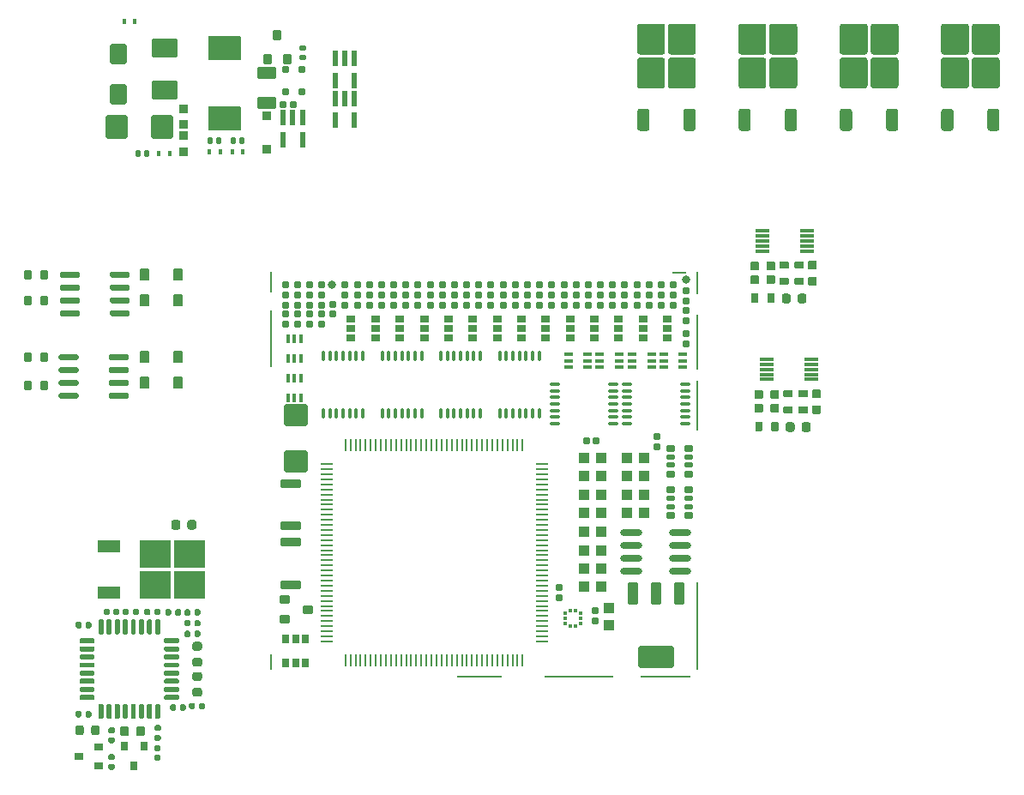
<source format=gtp>
G75*
G70*
%OFA0B0*%
%FSLAX25Y25*%
%IPPOS*%
%LPD*%
%AMOC8*
5,1,8,0,0,1.08239X$1,22.5*
%
%AMM148*
21,1,0.035430,0.030320,-0.000000,-0.000000,270.000000*
21,1,0.028350,0.037400,-0.000000,-0.000000,270.000000*
1,1,0.007090,-0.015160,-0.014170*
1,1,0.007090,-0.015160,0.014170*
1,1,0.007090,0.015160,0.014170*
1,1,0.007090,0.015160,-0.014170*
%
%AMM149*
21,1,0.043310,0.075980,-0.000000,-0.000000,180.000000*
21,1,0.034650,0.084650,-0.000000,-0.000000,180.000000*
1,1,0.008660,-0.017320,0.037990*
1,1,0.008660,0.017320,0.037990*
1,1,0.008660,0.017320,-0.037990*
1,1,0.008660,-0.017320,-0.037990*
%
%AMM150*
21,1,0.043310,0.075990,-0.000000,-0.000000,180.000000*
21,1,0.034650,0.084650,-0.000000,-0.000000,180.000000*
1,1,0.008660,-0.017320,0.037990*
1,1,0.008660,0.017320,0.037990*
1,1,0.008660,0.017320,-0.037990*
1,1,0.008660,-0.017320,-0.037990*
%
%AMM151*
21,1,0.137800,0.067720,-0.000000,-0.000000,180.000000*
21,1,0.120870,0.084650,-0.000000,-0.000000,180.000000*
1,1,0.016930,-0.060430,0.033860*
1,1,0.016930,0.060430,0.033860*
1,1,0.016930,0.060430,-0.033860*
1,1,0.016930,-0.060430,-0.033860*
%
%AMM152*
21,1,0.039370,0.035430,-0.000000,-0.000000,180.000000*
21,1,0.031500,0.043310,-0.000000,-0.000000,180.000000*
1,1,0.007870,-0.015750,0.017720*
1,1,0.007870,0.015750,0.017720*
1,1,0.007870,0.015750,-0.017720*
1,1,0.007870,-0.015750,-0.017720*
%
%AMM153*
21,1,0.023620,0.030710,-0.000000,-0.000000,0.000000*
21,1,0.018900,0.035430,-0.000000,-0.000000,0.000000*
1,1,0.004720,0.009450,-0.015350*
1,1,0.004720,-0.009450,-0.015350*
1,1,0.004720,-0.009450,0.015350*
1,1,0.004720,0.009450,0.015350*
%
%AMM154*
21,1,0.027560,0.018900,-0.000000,-0.000000,0.000000*
21,1,0.022840,0.023620,-0.000000,-0.000000,0.000000*
1,1,0.004720,0.011420,-0.009450*
1,1,0.004720,-0.011420,-0.009450*
1,1,0.004720,-0.011420,0.009450*
1,1,0.004720,0.011420,0.009450*
%
%AMM155*
21,1,0.023620,0.030710,-0.000000,-0.000000,90.000000*
21,1,0.018900,0.035430,-0.000000,-0.000000,90.000000*
1,1,0.004720,0.015350,0.009450*
1,1,0.004720,0.015350,-0.009450*
1,1,0.004720,-0.015350,-0.009450*
1,1,0.004720,-0.015350,0.009450*
%
%AMM156*
21,1,0.086610,0.073230,-0.000000,-0.000000,270.000000*
21,1,0.069290,0.090550,-0.000000,-0.000000,270.000000*
1,1,0.017320,-0.036610,-0.034650*
1,1,0.017320,-0.036610,0.034650*
1,1,0.017320,0.036610,0.034650*
1,1,0.017320,0.036610,-0.034650*
%
%AMM157*
21,1,0.025590,0.026380,-0.000000,-0.000000,270.000000*
21,1,0.020470,0.031500,-0.000000,-0.000000,270.000000*
1,1,0.005120,-0.013190,-0.010240*
1,1,0.005120,-0.013190,0.010240*
1,1,0.005120,0.013190,0.010240*
1,1,0.005120,0.013190,-0.010240*
%
%AMM158*
21,1,0.017720,0.027950,-0.000000,-0.000000,270.000000*
21,1,0.014170,0.031500,-0.000000,-0.000000,270.000000*
1,1,0.003540,-0.013980,-0.007090*
1,1,0.003540,-0.013980,0.007090*
1,1,0.003540,0.013980,0.007090*
1,1,0.003540,0.013980,-0.007090*
%
%AMM159*
21,1,0.031500,0.072440,-0.000000,-0.000000,270.000000*
21,1,0.025200,0.078740,-0.000000,-0.000000,270.000000*
1,1,0.006300,-0.036220,-0.012600*
1,1,0.006300,-0.036220,0.012600*
1,1,0.006300,0.036220,0.012600*
1,1,0.006300,0.036220,-0.012600*
%
%AMM160*
21,1,0.012600,0.028980,-0.000000,-0.000000,270.000000*
21,1,0.010080,0.031500,-0.000000,-0.000000,270.000000*
1,1,0.002520,-0.014490,-0.005040*
1,1,0.002520,-0.014490,0.005040*
1,1,0.002520,0.014490,0.005040*
1,1,0.002520,0.014490,-0.005040*
%
%AMM161*
21,1,0.012600,0.028980,-0.000000,-0.000000,0.000000*
21,1,0.010080,0.031500,-0.000000,-0.000000,0.000000*
1,1,0.002520,0.005040,-0.014490*
1,1,0.002520,-0.005040,-0.014490*
1,1,0.002520,-0.005040,0.014490*
1,1,0.002520,0.005040,0.014490*
%
%AMM162*
21,1,0.039370,0.035430,-0.000000,-0.000000,90.000000*
21,1,0.031500,0.043310,-0.000000,-0.000000,90.000000*
1,1,0.007870,0.017720,0.015750*
1,1,0.007870,0.017720,-0.015750*
1,1,0.007870,-0.017720,-0.015750*
1,1,0.007870,-0.017720,0.015750*
%
%AMM163*
21,1,0.027560,0.018900,-0.000000,-0.000000,270.000000*
21,1,0.022840,0.023620,-0.000000,-0.000000,270.000000*
1,1,0.004720,-0.009450,-0.011420*
1,1,0.004720,-0.009450,0.011420*
1,1,0.004720,0.009450,0.011420*
1,1,0.004720,0.009450,-0.011420*
%
%AMM224*
21,1,0.021650,0.052760,0.000000,-0.000000,180.000000*
21,1,0.017320,0.057090,0.000000,-0.000000,180.000000*
1,1,0.004330,-0.008660,0.026380*
1,1,0.004330,0.008660,0.026380*
1,1,0.004330,0.008660,-0.026380*
1,1,0.004330,-0.008660,-0.026380*
%
%AMM227*
21,1,0.019680,0.019680,0.000000,-0.000000,180.000000*
21,1,0.015750,0.023620,0.000000,-0.000000,180.000000*
1,1,0.003940,-0.007870,0.009840*
1,1,0.003940,0.007870,0.009840*
1,1,0.003940,0.007870,-0.009840*
1,1,0.003940,-0.007870,-0.009840*
%
%AMM229*
21,1,0.019680,0.019680,0.000000,-0.000000,270.000000*
21,1,0.015750,0.023620,0.000000,-0.000000,270.000000*
1,1,0.003940,-0.009840,-0.007870*
1,1,0.003940,-0.009840,0.007870*
1,1,0.003940,0.009840,0.007870*
1,1,0.003940,0.009840,-0.007870*
%
%AMM284*
21,1,0.086610,0.073230,0.000000,-0.000000,180.000000*
21,1,0.069290,0.090550,0.000000,-0.000000,180.000000*
1,1,0.017320,-0.034650,0.036610*
1,1,0.017320,0.034650,0.036610*
1,1,0.017320,0.034650,-0.036610*
1,1,0.017320,-0.034650,-0.036610*
%
%AMM285*
21,1,0.094490,0.111020,0.000000,-0.000000,270.000000*
21,1,0.075590,0.129920,0.000000,-0.000000,270.000000*
1,1,0.018900,-0.055510,-0.037800*
1,1,0.018900,-0.055510,0.037800*
1,1,0.018900,0.055510,0.037800*
1,1,0.018900,0.055510,-0.037800*
%
%AMM286*
21,1,0.074800,0.083460,0.000000,-0.000000,270.000000*
21,1,0.059840,0.098430,0.000000,-0.000000,270.000000*
1,1,0.014960,-0.041730,-0.029920*
1,1,0.014960,-0.041730,0.029920*
1,1,0.014960,0.041730,0.029920*
1,1,0.014960,0.041730,-0.029920*
%
%AMM287*
21,1,0.078740,0.053540,0.000000,-0.000000,90.000000*
21,1,0.065350,0.066930,0.000000,-0.000000,90.000000*
1,1,0.013390,0.026770,0.032680*
1,1,0.013390,0.026770,-0.032680*
1,1,0.013390,-0.026770,-0.032680*
1,1,0.013390,-0.026770,0.032680*
%
%AMM288*
21,1,0.035430,0.030320,0.000000,-0.000000,0.000000*
21,1,0.028350,0.037400,0.000000,-0.000000,0.000000*
1,1,0.007090,0.014170,-0.015160*
1,1,0.007090,-0.014170,-0.015160*
1,1,0.007090,-0.014170,0.015160*
1,1,0.007090,0.014170,0.015160*
%
%AMM289*
21,1,0.035830,0.026770,0.000000,-0.000000,270.000000*
21,1,0.029130,0.033470,0.000000,-0.000000,270.000000*
1,1,0.006690,-0.013390,-0.014570*
1,1,0.006690,-0.013390,0.014570*
1,1,0.006690,0.013390,0.014570*
1,1,0.006690,0.013390,-0.014570*
%
%AMM290*
21,1,0.070870,0.036220,0.000000,-0.000000,0.000000*
21,1,0.061810,0.045280,0.000000,-0.000000,0.000000*
1,1,0.009060,0.030910,-0.018110*
1,1,0.009060,-0.030910,-0.018110*
1,1,0.009060,-0.030910,0.018110*
1,1,0.009060,0.030910,0.018110*
%
%AMM291*
21,1,0.033470,0.026770,0.000000,-0.000000,270.000000*
21,1,0.026770,0.033470,0.000000,-0.000000,270.000000*
1,1,0.006690,-0.013390,-0.013390*
1,1,0.006690,-0.013390,0.013390*
1,1,0.006690,0.013390,0.013390*
1,1,0.006690,0.013390,-0.013390*
%
%AMM292*
21,1,0.015750,0.016540,0.000000,-0.000000,180.000000*
21,1,0.012600,0.019680,0.000000,-0.000000,180.000000*
1,1,0.003150,-0.006300,0.008270*
1,1,0.003150,0.006300,0.008270*
1,1,0.003150,0.006300,-0.008270*
1,1,0.003150,-0.006300,-0.008270*
%
%AMM293*
21,1,0.023620,0.018900,0.000000,-0.000000,0.000000*
21,1,0.018900,0.023620,0.000000,-0.000000,0.000000*
1,1,0.004720,0.009450,-0.009450*
1,1,0.004720,-0.009450,-0.009450*
1,1,0.004720,-0.009450,0.009450*
1,1,0.004720,0.009450,0.009450*
%
%ADD14R,0.00787X0.09055*%
%ADD15R,0.00787X0.21260*%
%ADD16R,0.00787X0.33858*%
%ADD17R,0.00787X0.19685*%
%ADD177R,0.03543X0.03150*%
%ADD18R,0.05512X0.00787*%
%ADD181R,0.03150X0.03543*%
%ADD19R,0.19685X0.00787*%
%ADD20R,0.26772X0.00787*%
%ADD21R,0.17717X0.00787*%
%ADD22R,0.00787X0.06299*%
%ADD23R,0.00787X0.22441*%
%ADD24R,0.00787X0.07874*%
%ADD313M148*%
%ADD314M149*%
%ADD315M150*%
%ADD316M151*%
%ADD317M152*%
%ADD318M153*%
%ADD319M154*%
%ADD320M155*%
%ADD321M156*%
%ADD322M157*%
%ADD323M158*%
%ADD324M159*%
%ADD325M160*%
%ADD326M161*%
%ADD327M162*%
%ADD328M163*%
%ADD389M224*%
%ADD392M227*%
%ADD394M229*%
%ADD399R,0.08661X0.04724*%
%ADD403R,0.12008X0.10827*%
%ADD459M284*%
%ADD460M285*%
%ADD461M286*%
%ADD462M287*%
%ADD463M288*%
%ADD464M289*%
%ADD465M290*%
%ADD466M291*%
%ADD467M292*%
%ADD468M293*%
%ADD50C,0.03150*%
%ADD64R,0.05512X0.01181*%
%ADD68O,0.00866X0.05118*%
%ADD69O,0.05118X0.00866*%
%ADD82O,0.01181X0.04331*%
%ADD83O,0.04331X0.01181*%
%ADD85O,0.08661X0.02362*%
%ADD87R,0.01476X0.01378*%
%ADD88R,0.01378X0.01476*%
X0000000Y0000000D02*
%LPD*%
G01*
G36*
G01*
X0066614Y0184709D02*
X0066614Y0180693D01*
G75*
G02*
X0066260Y0180339I-000354J0000000D01*
G01*
X0063425Y0180339D01*
G75*
G02*
X0063071Y0180693I0000000J0000354D01*
G01*
X0063071Y0184709D01*
G75*
G02*
X0063425Y0185063I0000354J0000000D01*
G01*
X0066260Y0185063D01*
G75*
G02*
X0066614Y0184709I0000000J-000354D01*
G01*
G37*
G36*
G01*
X0053622Y0184709D02*
X0053622Y0180693D01*
G75*
G02*
X0053268Y0180339I-000354J0000000D01*
G01*
X0050433Y0180339D01*
G75*
G02*
X0050079Y0180693I0000000J0000354D01*
G01*
X0050079Y0184709D01*
G75*
G02*
X0050433Y0185063I0000354J0000000D01*
G01*
X0053268Y0185063D01*
G75*
G02*
X0053622Y0184709I0000000J-000354D01*
G01*
G37*
G36*
G01*
X0019012Y0214110D02*
X0019012Y0215291D01*
G75*
G02*
X0019602Y0215882I0000591J0000000D01*
G01*
X0026098Y0215882D01*
G75*
G02*
X0026689Y0215291I0000000J-000591D01*
G01*
X0026689Y0214110D01*
G75*
G02*
X0026098Y0213520I-000591J0000000D01*
G01*
X0019602Y0213520D01*
G75*
G02*
X0019012Y0214110I0000000J0000591D01*
G01*
G37*
G36*
G01*
X0019012Y0209110D02*
X0019012Y0210291D01*
G75*
G02*
X0019602Y0210882I0000591J0000000D01*
G01*
X0026098Y0210882D01*
G75*
G02*
X0026689Y0210291I0000000J-000591D01*
G01*
X0026689Y0209110D01*
G75*
G02*
X0026098Y0208520I-000591J0000000D01*
G01*
X0019602Y0208520D01*
G75*
G02*
X0019012Y0209110I0000000J0000591D01*
G01*
G37*
G36*
G01*
X0019012Y0204110D02*
X0019012Y0205291D01*
G75*
G02*
X0019602Y0205882I0000591J0000000D01*
G01*
X0026098Y0205882D01*
G75*
G02*
X0026689Y0205291I0000000J-000591D01*
G01*
X0026689Y0204110D01*
G75*
G02*
X0026098Y0203520I-000591J0000000D01*
G01*
X0019602Y0203520D01*
G75*
G02*
X0019012Y0204110I0000000J0000591D01*
G01*
G37*
G36*
G01*
X0019012Y0199110D02*
X0019012Y0200291D01*
G75*
G02*
X0019602Y0200882I0000591J0000000D01*
G01*
X0026098Y0200882D01*
G75*
G02*
X0026689Y0200291I0000000J-000591D01*
G01*
X0026689Y0199110D01*
G75*
G02*
X0026098Y0198520I-000591J0000000D01*
G01*
X0019602Y0198520D01*
G75*
G02*
X0019012Y0199110I0000000J0000591D01*
G01*
G37*
G36*
G01*
X0038500Y0199110D02*
X0038500Y0200291D01*
G75*
G02*
X0039091Y0200882I0000591J0000000D01*
G01*
X0045587Y0200882D01*
G75*
G02*
X0046177Y0200291I0000000J-000591D01*
G01*
X0046177Y0199110D01*
G75*
G02*
X0045587Y0198520I-000591J0000000D01*
G01*
X0039091Y0198520D01*
G75*
G02*
X0038500Y0199110I0000000J0000591D01*
G01*
G37*
G36*
G01*
X0038500Y0204110D02*
X0038500Y0205291D01*
G75*
G02*
X0039091Y0205882I0000591J0000000D01*
G01*
X0045587Y0205882D01*
G75*
G02*
X0046177Y0205291I0000000J-000591D01*
G01*
X0046177Y0204110D01*
G75*
G02*
X0045587Y0203520I-000591J0000000D01*
G01*
X0039091Y0203520D01*
G75*
G02*
X0038500Y0204110I0000000J0000591D01*
G01*
G37*
G36*
G01*
X0038500Y0209110D02*
X0038500Y0210291D01*
G75*
G02*
X0039091Y0210882I0000591J0000000D01*
G01*
X0045587Y0210882D01*
G75*
G02*
X0046177Y0210291I0000000J-000591D01*
G01*
X0046177Y0209110D01*
G75*
G02*
X0045587Y0208520I-000591J0000000D01*
G01*
X0039091Y0208520D01*
G75*
G02*
X0038500Y0209110I0000000J0000591D01*
G01*
G37*
G36*
G01*
X0038500Y0214110D02*
X0038500Y0215291D01*
G75*
G02*
X0039091Y0215882I0000591J0000000D01*
G01*
X0045587Y0215882D01*
G75*
G02*
X0046177Y0215291I0000000J-000591D01*
G01*
X0046177Y0214110D01*
G75*
G02*
X0045587Y0213520I-000591J0000000D01*
G01*
X0039091Y0213520D01*
G75*
G02*
X0038500Y0214110I0000000J0000591D01*
G01*
G37*
G36*
G01*
X0325882Y0270567D02*
X0323126Y0270567D01*
G75*
G02*
X0322142Y0271551I0000000J0000984D01*
G01*
X0322142Y0278244D01*
G75*
G02*
X0323126Y0279228I0000984J0000000D01*
G01*
X0325882Y0279228D01*
G75*
G02*
X0326866Y0278244I0000000J-000984D01*
G01*
X0326866Y0271551D01*
G75*
G02*
X0325882Y0270567I-000984J0000000D01*
G01*
G37*
G36*
G01*
X0331906Y0287102D02*
X0323047Y0287102D01*
G75*
G02*
X0322063Y0288087I0000000J0000984D01*
G01*
X0322063Y0298126D01*
G75*
G02*
X0323047Y0299110I0000984J0000000D01*
G01*
X0331906Y0299110D01*
G75*
G02*
X0332890Y0298126I0000000J-000984D01*
G01*
X0332890Y0288087D01*
G75*
G02*
X0331906Y0287102I-000984J0000000D01*
G01*
G37*
G36*
G01*
X0343913Y0287102D02*
X0335055Y0287102D01*
G75*
G02*
X0334071Y0288087I0000000J0000984D01*
G01*
X0334071Y0298126D01*
G75*
G02*
X0335055Y0299110I0000984J0000000D01*
G01*
X0343913Y0299110D01*
G75*
G02*
X0344898Y0298126I0000000J-000984D01*
G01*
X0344898Y0288087D01*
G75*
G02*
X0343913Y0287102I-000984J0000000D01*
G01*
G37*
G36*
G01*
X0331906Y0300291D02*
X0323047Y0300291D01*
G75*
G02*
X0322063Y0301276I0000000J0000984D01*
G01*
X0322063Y0311315D01*
G75*
G02*
X0323047Y0312299I0000984J0000000D01*
G01*
X0331906Y0312299D01*
G75*
G02*
X0332890Y0311315I0000000J-000984D01*
G01*
X0332890Y0301276D01*
G75*
G02*
X0331906Y0300291I-000984J0000000D01*
G01*
G37*
G36*
G01*
X0343913Y0300291D02*
X0335055Y0300291D01*
G75*
G02*
X0334071Y0301276I0000000J0000984D01*
G01*
X0334071Y0311315D01*
G75*
G02*
X0335055Y0312299I0000984J0000000D01*
G01*
X0343913Y0312299D01*
G75*
G02*
X0344898Y0311315I0000000J-000984D01*
G01*
X0344898Y0301276D01*
G75*
G02*
X0343913Y0300291I-000984J0000000D01*
G01*
G37*
G36*
G01*
X0343835Y0270567D02*
X0341079Y0270567D01*
G75*
G02*
X0340094Y0271551I0000000J0000984D01*
G01*
X0340094Y0278244D01*
G75*
G02*
X0341079Y0279228I0000984J0000000D01*
G01*
X0343835Y0279228D01*
G75*
G02*
X0344819Y0278244I0000000J-000984D01*
G01*
X0344819Y0271551D01*
G75*
G02*
X0343835Y0270567I-000984J0000000D01*
G01*
G37*
G36*
G01*
X0005173Y0203165D02*
X0005173Y0206236D01*
G75*
G02*
X0005449Y0206512I0000276J0000000D01*
G01*
X0007654Y0206512D01*
G75*
G02*
X0007929Y0206236I0000000J-000276D01*
G01*
X0007929Y0203165D01*
G75*
G02*
X0007654Y0202890I-000276J0000000D01*
G01*
X0005449Y0202890D01*
G75*
G02*
X0005173Y0203165I0000000J0000276D01*
G01*
G37*
G36*
G01*
X0011472Y0203165D02*
X0011472Y0206236D01*
G75*
G02*
X0011748Y0206512I0000276J0000000D01*
G01*
X0013953Y0206512D01*
G75*
G02*
X0014228Y0206236I0000000J-000276D01*
G01*
X0014228Y0203165D01*
G75*
G02*
X0013953Y0202890I-000276J0000000D01*
G01*
X0011748Y0202890D01*
G75*
G02*
X0011472Y0203165I0000000J0000276D01*
G01*
G37*
G36*
G01*
X0066614Y0174709D02*
X0066614Y0170693D01*
G75*
G02*
X0066260Y0170339I-000354J0000000D01*
G01*
X0063425Y0170339D01*
G75*
G02*
X0063071Y0170693I0000000J0000354D01*
G01*
X0063071Y0174709D01*
G75*
G02*
X0063425Y0175063I0000354J0000000D01*
G01*
X0066260Y0175063D01*
G75*
G02*
X0066614Y0174709I0000000J-000354D01*
G01*
G37*
G36*
G01*
X0053622Y0174709D02*
X0053622Y0170693D01*
G75*
G02*
X0053268Y0170339I-000354J0000000D01*
G01*
X0050433Y0170339D01*
G75*
G02*
X0050079Y0170693I0000000J0000354D01*
G01*
X0050079Y0174709D01*
G75*
G02*
X0050433Y0175063I0000354J0000000D01*
G01*
X0053268Y0175063D01*
G75*
G02*
X0053622Y0174709I0000000J-000354D01*
G01*
G37*
G36*
G01*
X0005173Y0181165D02*
X0005173Y0184236D01*
G75*
G02*
X0005449Y0184512I0000276J0000000D01*
G01*
X0007654Y0184512D01*
G75*
G02*
X0007929Y0184236I0000000J-000276D01*
G01*
X0007929Y0181165D01*
G75*
G02*
X0007654Y0180890I-000276J0000000D01*
G01*
X0005449Y0180890D01*
G75*
G02*
X0005173Y0181165I0000000J0000276D01*
G01*
G37*
G36*
G01*
X0011472Y0181165D02*
X0011472Y0184236D01*
G75*
G02*
X0011748Y0184512I0000276J0000000D01*
G01*
X0013953Y0184512D01*
G75*
G02*
X0014228Y0184236I0000000J-000276D01*
G01*
X0014228Y0181165D01*
G75*
G02*
X0013953Y0180890I-000276J0000000D01*
G01*
X0011748Y0180890D01*
G75*
G02*
X0011472Y0181165I0000000J0000276D01*
G01*
G37*
G36*
G01*
X0286512Y0270567D02*
X0283756Y0270567D01*
G75*
G02*
X0282772Y0271551I0000000J0000984D01*
G01*
X0282772Y0278244D01*
G75*
G02*
X0283756Y0279228I0000984J0000000D01*
G01*
X0286512Y0279228D01*
G75*
G02*
X0287496Y0278244I0000000J-000984D01*
G01*
X0287496Y0271551D01*
G75*
G02*
X0286512Y0270567I-000984J0000000D01*
G01*
G37*
G36*
G01*
X0292535Y0287102D02*
X0283677Y0287102D01*
G75*
G02*
X0282693Y0288087I0000000J0000984D01*
G01*
X0282693Y0298126D01*
G75*
G02*
X0283677Y0299110I0000984J0000000D01*
G01*
X0292535Y0299110D01*
G75*
G02*
X0293520Y0298126I0000000J-000984D01*
G01*
X0293520Y0288087D01*
G75*
G02*
X0292535Y0287102I-000984J0000000D01*
G01*
G37*
G36*
G01*
X0304543Y0287102D02*
X0295685Y0287102D01*
G75*
G02*
X0294701Y0288087I0000000J0000984D01*
G01*
X0294701Y0298126D01*
G75*
G02*
X0295685Y0299110I0000984J0000000D01*
G01*
X0304543Y0299110D01*
G75*
G02*
X0305528Y0298126I0000000J-000984D01*
G01*
X0305528Y0288087D01*
G75*
G02*
X0304543Y0287102I-000984J0000000D01*
G01*
G37*
G36*
G01*
X0292535Y0300291D02*
X0283677Y0300291D01*
G75*
G02*
X0282693Y0301276I0000000J0000984D01*
G01*
X0282693Y0311315D01*
G75*
G02*
X0283677Y0312299I0000984J0000000D01*
G01*
X0292535Y0312299D01*
G75*
G02*
X0293520Y0311315I0000000J-000984D01*
G01*
X0293520Y0301276D01*
G75*
G02*
X0292535Y0300291I-000984J0000000D01*
G01*
G37*
G36*
G01*
X0304543Y0300291D02*
X0295685Y0300291D01*
G75*
G02*
X0294701Y0301276I0000000J0000984D01*
G01*
X0294701Y0311315D01*
G75*
G02*
X0295685Y0312299I0000984J0000000D01*
G01*
X0304543Y0312299D01*
G75*
G02*
X0305528Y0311315I0000000J-000984D01*
G01*
X0305528Y0301276D01*
G75*
G02*
X0304543Y0300291I-000984J0000000D01*
G01*
G37*
G36*
G01*
X0304465Y0270567D02*
X0301709Y0270567D01*
G75*
G02*
X0300724Y0271551I0000000J0000984D01*
G01*
X0300724Y0278244D01*
G75*
G02*
X0301709Y0279228I0000984J0000000D01*
G01*
X0304465Y0279228D01*
G75*
G02*
X0305449Y0278244I0000000J-000984D01*
G01*
X0305449Y0271551D01*
G75*
G02*
X0304465Y0270567I-000984J0000000D01*
G01*
G37*
G36*
G01*
X0005173Y0170165D02*
X0005173Y0173236D01*
G75*
G02*
X0005449Y0173512I0000276J0000000D01*
G01*
X0007654Y0173512D01*
G75*
G02*
X0007929Y0173236I0000000J-000276D01*
G01*
X0007929Y0170165D01*
G75*
G02*
X0007654Y0169890I-000276J0000000D01*
G01*
X0005449Y0169890D01*
G75*
G02*
X0005173Y0170165I0000000J0000276D01*
G01*
G37*
G36*
G01*
X0011472Y0170165D02*
X0011472Y0173236D01*
G75*
G02*
X0011748Y0173512I0000276J0000000D01*
G01*
X0013953Y0173512D01*
G75*
G02*
X0014228Y0173236I0000000J-000276D01*
G01*
X0014228Y0170165D01*
G75*
G02*
X0013953Y0169890I-000276J0000000D01*
G01*
X0011748Y0169890D01*
G75*
G02*
X0011472Y0170165I0000000J0000276D01*
G01*
G37*
G36*
G01*
X0005173Y0213165D02*
X0005173Y0216236D01*
G75*
G02*
X0005449Y0216512I0000276J0000000D01*
G01*
X0007654Y0216512D01*
G75*
G02*
X0007929Y0216236I0000000J-000276D01*
G01*
X0007929Y0213165D01*
G75*
G02*
X0007654Y0212890I-000276J0000000D01*
G01*
X0005449Y0212890D01*
G75*
G02*
X0005173Y0213165I0000000J0000276D01*
G01*
G37*
G36*
G01*
X0011472Y0213165D02*
X0011472Y0216236D01*
G75*
G02*
X0011748Y0216512I0000276J0000000D01*
G01*
X0013953Y0216512D01*
G75*
G02*
X0014228Y0216236I0000000J-000276D01*
G01*
X0014228Y0213165D01*
G75*
G02*
X0013953Y0212890I-000276J0000000D01*
G01*
X0011748Y0212890D01*
G75*
G02*
X0011472Y0213165I0000000J0000276D01*
G01*
G37*
G36*
G01*
X0365252Y0270567D02*
X0362496Y0270567D01*
G75*
G02*
X0361512Y0271551I0000000J0000984D01*
G01*
X0361512Y0278244D01*
G75*
G02*
X0362496Y0279228I0000984J0000000D01*
G01*
X0365252Y0279228D01*
G75*
G02*
X0366236Y0278244I0000000J-000984D01*
G01*
X0366236Y0271551D01*
G75*
G02*
X0365252Y0270567I-000984J0000000D01*
G01*
G37*
G36*
G01*
X0371276Y0287102D02*
X0362417Y0287102D01*
G75*
G02*
X0361433Y0288087I0000000J0000984D01*
G01*
X0361433Y0298126D01*
G75*
G02*
X0362417Y0299110I0000984J0000000D01*
G01*
X0371276Y0299110D01*
G75*
G02*
X0372260Y0298126I0000000J-000984D01*
G01*
X0372260Y0288087D01*
G75*
G02*
X0371276Y0287102I-000984J0000000D01*
G01*
G37*
G36*
G01*
X0383283Y0287102D02*
X0374425Y0287102D01*
G75*
G02*
X0373441Y0288087I0000000J0000984D01*
G01*
X0373441Y0298126D01*
G75*
G02*
X0374425Y0299110I0000984J0000000D01*
G01*
X0383283Y0299110D01*
G75*
G02*
X0384268Y0298126I0000000J-000984D01*
G01*
X0384268Y0288087D01*
G75*
G02*
X0383283Y0287102I-000984J0000000D01*
G01*
G37*
G36*
G01*
X0371276Y0300291D02*
X0362417Y0300291D01*
G75*
G02*
X0361433Y0301276I0000000J0000984D01*
G01*
X0361433Y0311315D01*
G75*
G02*
X0362417Y0312299I0000984J0000000D01*
G01*
X0371276Y0312299D01*
G75*
G02*
X0372260Y0311315I0000000J-000984D01*
G01*
X0372260Y0301276D01*
G75*
G02*
X0371276Y0300291I-000984J0000000D01*
G01*
G37*
G36*
G01*
X0383283Y0300291D02*
X0374425Y0300291D01*
G75*
G02*
X0373441Y0301276I0000000J0000984D01*
G01*
X0373441Y0311315D01*
G75*
G02*
X0374425Y0312299I0000984J0000000D01*
G01*
X0383283Y0312299D01*
G75*
G02*
X0384268Y0311315I0000000J-000984D01*
G01*
X0384268Y0301276D01*
G75*
G02*
X0383283Y0300291I-000984J0000000D01*
G01*
G37*
G36*
G01*
X0383205Y0270567D02*
X0380449Y0270567D01*
G75*
G02*
X0379465Y0271551I0000000J0000984D01*
G01*
X0379465Y0278244D01*
G75*
G02*
X0380449Y0279228I0000984J0000000D01*
G01*
X0383205Y0279228D01*
G75*
G02*
X0384189Y0278244I0000000J-000984D01*
G01*
X0384189Y0271551D01*
G75*
G02*
X0383205Y0270567I-000984J0000000D01*
G01*
G37*
G36*
G01*
X0018524Y0182110D02*
X0018524Y0183291D01*
G75*
G02*
X0019114Y0183882I0000591J0000000D01*
G01*
X0025610Y0183882D01*
G75*
G02*
X0026201Y0183291I0000000J-000591D01*
G01*
X0026201Y0182110D01*
G75*
G02*
X0025610Y0181520I-000591J0000000D01*
G01*
X0019114Y0181520D01*
G75*
G02*
X0018524Y0182110I0000000J0000591D01*
G01*
G37*
G36*
G01*
X0018524Y0177110D02*
X0018524Y0178291D01*
G75*
G02*
X0019114Y0178882I0000591J0000000D01*
G01*
X0025610Y0178882D01*
G75*
G02*
X0026201Y0178291I0000000J-000591D01*
G01*
X0026201Y0177110D01*
G75*
G02*
X0025610Y0176520I-000591J0000000D01*
G01*
X0019114Y0176520D01*
G75*
G02*
X0018524Y0177110I0000000J0000591D01*
G01*
G37*
G36*
G01*
X0018524Y0172110D02*
X0018524Y0173291D01*
G75*
G02*
X0019114Y0173882I0000591J0000000D01*
G01*
X0025610Y0173882D01*
G75*
G02*
X0026201Y0173291I0000000J-000591D01*
G01*
X0026201Y0172110D01*
G75*
G02*
X0025610Y0171520I-000591J0000000D01*
G01*
X0019114Y0171520D01*
G75*
G02*
X0018524Y0172110I0000000J0000591D01*
G01*
G37*
G36*
G01*
X0018524Y0167110D02*
X0018524Y0168291D01*
G75*
G02*
X0019114Y0168882I0000591J0000000D01*
G01*
X0025610Y0168882D01*
G75*
G02*
X0026201Y0168291I0000000J-000591D01*
G01*
X0026201Y0167110D01*
G75*
G02*
X0025610Y0166520I-000591J0000000D01*
G01*
X0019114Y0166520D01*
G75*
G02*
X0018524Y0167110I0000000J0000591D01*
G01*
G37*
G36*
G01*
X0038012Y0167110D02*
X0038012Y0168291D01*
G75*
G02*
X0038602Y0168882I0000591J0000000D01*
G01*
X0045098Y0168882D01*
G75*
G02*
X0045689Y0168291I0000000J-000591D01*
G01*
X0045689Y0167110D01*
G75*
G02*
X0045098Y0166520I-000591J0000000D01*
G01*
X0038602Y0166520D01*
G75*
G02*
X0038012Y0167110I0000000J0000591D01*
G01*
G37*
G36*
G01*
X0038012Y0172110D02*
X0038012Y0173291D01*
G75*
G02*
X0038602Y0173882I0000591J0000000D01*
G01*
X0045098Y0173882D01*
G75*
G02*
X0045689Y0173291I0000000J-000591D01*
G01*
X0045689Y0172110D01*
G75*
G02*
X0045098Y0171520I-000591J0000000D01*
G01*
X0038602Y0171520D01*
G75*
G02*
X0038012Y0172110I0000000J0000591D01*
G01*
G37*
G36*
G01*
X0038012Y0177110D02*
X0038012Y0178291D01*
G75*
G02*
X0038602Y0178882I0000591J0000000D01*
G01*
X0045098Y0178882D01*
G75*
G02*
X0045689Y0178291I0000000J-000591D01*
G01*
X0045689Y0177110D01*
G75*
G02*
X0045098Y0176520I-000591J0000000D01*
G01*
X0038602Y0176520D01*
G75*
G02*
X0038012Y0177110I0000000J0000591D01*
G01*
G37*
G36*
G01*
X0038012Y0182110D02*
X0038012Y0183291D01*
G75*
G02*
X0038602Y0183882I0000591J0000000D01*
G01*
X0045098Y0183882D01*
G75*
G02*
X0045689Y0183291I0000000J-000591D01*
G01*
X0045689Y0182110D01*
G75*
G02*
X0045098Y0181520I-000591J0000000D01*
G01*
X0038602Y0181520D01*
G75*
G02*
X0038012Y0182110I0000000J0000591D01*
G01*
G37*
G36*
G01*
X0066614Y0216709D02*
X0066614Y0212693D01*
G75*
G02*
X0066260Y0212339I-000354J0000000D01*
G01*
X0063425Y0212339D01*
G75*
G02*
X0063071Y0212693I0000000J0000354D01*
G01*
X0063071Y0216709D01*
G75*
G02*
X0063425Y0217063I0000354J0000000D01*
G01*
X0066260Y0217063D01*
G75*
G02*
X0066614Y0216709I0000000J-000354D01*
G01*
G37*
G36*
G01*
X0053622Y0216709D02*
X0053622Y0212693D01*
G75*
G02*
X0053268Y0212339I-000354J0000000D01*
G01*
X0050433Y0212339D01*
G75*
G02*
X0050079Y0212693I0000000J0000354D01*
G01*
X0050079Y0216709D01*
G75*
G02*
X0050433Y0217063I0000354J0000000D01*
G01*
X0053268Y0217063D01*
G75*
G02*
X0053622Y0216709I0000000J-000354D01*
G01*
G37*
G36*
G01*
X0066614Y0206709D02*
X0066614Y0202693D01*
G75*
G02*
X0066260Y0202339I-000354J0000000D01*
G01*
X0063425Y0202339D01*
G75*
G02*
X0063071Y0202693I0000000J0000354D01*
G01*
X0063071Y0206709D01*
G75*
G02*
X0063425Y0207063I0000354J0000000D01*
G01*
X0066260Y0207063D01*
G75*
G02*
X0066614Y0206709I0000000J-000354D01*
G01*
G37*
G36*
G01*
X0053622Y0206709D02*
X0053622Y0202693D01*
G75*
G02*
X0053268Y0202339I-000354J0000000D01*
G01*
X0050433Y0202339D01*
G75*
G02*
X0050079Y0202693I0000000J0000354D01*
G01*
X0050079Y0206709D01*
G75*
G02*
X0050433Y0207063I0000354J0000000D01*
G01*
X0053268Y0207063D01*
G75*
G02*
X0053622Y0206709I0000000J-000354D01*
G01*
G37*
G36*
G01*
X0247142Y0270567D02*
X0244386Y0270567D01*
G75*
G02*
X0243402Y0271551I0000000J0000984D01*
G01*
X0243402Y0278244D01*
G75*
G02*
X0244386Y0279228I0000984J0000000D01*
G01*
X0247142Y0279228D01*
G75*
G02*
X0248126Y0278244I0000000J-000984D01*
G01*
X0248126Y0271551D01*
G75*
G02*
X0247142Y0270567I-000984J0000000D01*
G01*
G37*
G36*
G01*
X0253165Y0287102D02*
X0244307Y0287102D01*
G75*
G02*
X0243323Y0288087I0000000J0000984D01*
G01*
X0243323Y0298126D01*
G75*
G02*
X0244307Y0299110I0000984J0000000D01*
G01*
X0253165Y0299110D01*
G75*
G02*
X0254150Y0298126I0000000J-000984D01*
G01*
X0254150Y0288087D01*
G75*
G02*
X0253165Y0287102I-000984J0000000D01*
G01*
G37*
G36*
G01*
X0265173Y0287102D02*
X0256315Y0287102D01*
G75*
G02*
X0255331Y0288087I0000000J0000984D01*
G01*
X0255331Y0298126D01*
G75*
G02*
X0256315Y0299110I0000984J0000000D01*
G01*
X0265173Y0299110D01*
G75*
G02*
X0266157Y0298126I0000000J-000984D01*
G01*
X0266157Y0288087D01*
G75*
G02*
X0265173Y0287102I-000984J0000000D01*
G01*
G37*
G36*
G01*
X0253165Y0300291D02*
X0244307Y0300291D01*
G75*
G02*
X0243323Y0301276I0000000J0000984D01*
G01*
X0243323Y0311315D01*
G75*
G02*
X0244307Y0312299I0000984J0000000D01*
G01*
X0253165Y0312299D01*
G75*
G02*
X0254150Y0311315I0000000J-000984D01*
G01*
X0254150Y0301276D01*
G75*
G02*
X0253165Y0300291I-000984J0000000D01*
G01*
G37*
G36*
G01*
X0265173Y0300291D02*
X0256315Y0300291D01*
G75*
G02*
X0255331Y0301276I0000000J0000984D01*
G01*
X0255331Y0311315D01*
G75*
G02*
X0256315Y0312299I0000984J0000000D01*
G01*
X0265173Y0312299D01*
G75*
G02*
X0266157Y0311315I0000000J-000984D01*
G01*
X0266157Y0301276D01*
G75*
G02*
X0265173Y0300291I-000984J0000000D01*
G01*
G37*
G36*
G01*
X0265094Y0270567D02*
X0262339Y0270567D01*
G75*
G02*
X0261354Y0271551I0000000J0000984D01*
G01*
X0261354Y0278244D01*
G75*
G02*
X0262339Y0279228I0000984J0000000D01*
G01*
X0265094Y0279228D01*
G75*
G02*
X0266079Y0278244I0000000J-000984D01*
G01*
X0266079Y0271551D01*
G75*
G02*
X0265094Y0270567I-000984J0000000D01*
G01*
G37*
X0343327Y0236945D02*
%LPD*%
G01*
D64*
X0309469Y0223953D03*
X0309469Y0225921D03*
X0309469Y0227890D03*
X0309469Y0229858D03*
X0309469Y0231827D03*
X0292146Y0231827D03*
X0292146Y0229858D03*
X0292146Y0227890D03*
X0292146Y0225921D03*
X0292146Y0223953D03*
G36*
G01*
X0301949Y0210764D02*
X0298878Y0210764D01*
G75*
G02*
X0298603Y0211039I0000000J0000276D01*
G01*
X0298603Y0213244D01*
G75*
G02*
X0298878Y0213520I0000276J0000000D01*
G01*
X0301949Y0213520D01*
G75*
G02*
X0302225Y0213244I0000000J-000276D01*
G01*
X0302225Y0211039D01*
G75*
G02*
X0301949Y0210764I-000276J0000000D01*
G01*
G37*
G36*
G01*
X0301949Y0217063D02*
X0298878Y0217063D01*
G75*
G02*
X0298603Y0217339I0000000J0000276D01*
G01*
X0298603Y0219543D01*
G75*
G02*
X0298878Y0219819I0000276J0000000D01*
G01*
X0301949Y0219819D01*
G75*
G02*
X0302225Y0219543I0000000J-000276D01*
G01*
X0302225Y0217339D01*
G75*
G02*
X0301949Y0217063I-000276J0000000D01*
G01*
G37*
G36*
G01*
X0287618Y0204110D02*
X0287618Y0207181D01*
G75*
G02*
X0287894Y0207457I0000276J0000000D01*
G01*
X0290099Y0207457D01*
G75*
G02*
X0290374Y0207181I0000000J-000276D01*
G01*
X0290374Y0204110D01*
G75*
G02*
X0290099Y0203835I-000276J0000000D01*
G01*
X0287894Y0203835D01*
G75*
G02*
X0287618Y0204110I0000000J0000276D01*
G01*
G37*
G36*
G01*
X0293918Y0204110D02*
X0293918Y0207181D01*
G75*
G02*
X0294193Y0207457I0000276J0000000D01*
G01*
X0296398Y0207457D01*
G75*
G02*
X0296673Y0207181I0000000J-000276D01*
G01*
X0296673Y0204110D01*
G75*
G02*
X0296398Y0203835I-000276J0000000D01*
G01*
X0294193Y0203835D01*
G75*
G02*
X0293918Y0204110I0000000J0000276D01*
G01*
G37*
G36*
G01*
X0307855Y0210764D02*
X0304784Y0210764D01*
G75*
G02*
X0304508Y0211039I0000000J0000276D01*
G01*
X0304508Y0213244D01*
G75*
G02*
X0304784Y0213520I0000276J0000000D01*
G01*
X0307855Y0213520D01*
G75*
G02*
X0308130Y0213244I0000000J-000276D01*
G01*
X0308130Y0211039D01*
G75*
G02*
X0307855Y0210764I-000276J0000000D01*
G01*
G37*
G36*
G01*
X0307855Y0217063D02*
X0304784Y0217063D01*
G75*
G02*
X0304508Y0217339I0000000J0000276D01*
G01*
X0304508Y0219543D01*
G75*
G02*
X0304784Y0219819I0000276J0000000D01*
G01*
X0307855Y0219819D01*
G75*
G02*
X0308130Y0219543I0000000J-000276D01*
G01*
X0308130Y0217339D01*
G75*
G02*
X0307855Y0217063I-000276J0000000D01*
G01*
G37*
G36*
G01*
X0299528Y0204440D02*
X0299528Y0206458D01*
G75*
G02*
X0300389Y0207319I0000861J0000000D01*
G01*
X0302111Y0207319D01*
G75*
G02*
X0302973Y0206458I0000000J-000861D01*
G01*
X0302973Y0204440D01*
G75*
G02*
X0302111Y0203579I-000861J0000000D01*
G01*
X0300389Y0203579D01*
G75*
G02*
X0299528Y0204440I0000000J0000861D01*
G01*
G37*
G36*
G01*
X0305729Y0204440D02*
X0305729Y0206458D01*
G75*
G02*
X0306590Y0207319I0000861J0000000D01*
G01*
X0308312Y0207319D01*
G75*
G02*
X0309173Y0206458I0000000J-000861D01*
G01*
X0309173Y0204440D01*
G75*
G02*
X0308312Y0203579I-000861J0000000D01*
G01*
X0306590Y0203579D01*
G75*
G02*
X0305729Y0204440I0000000J0000861D01*
G01*
G37*
G36*
G01*
X0293583Y0211402D02*
X0293583Y0214079D01*
G75*
G02*
X0293918Y0214414I0000335J0000000D01*
G01*
X0296595Y0214414D01*
G75*
G02*
X0296929Y0214079I0000000J-000335D01*
G01*
X0296929Y0211402D01*
G75*
G02*
X0296595Y0211067I-000335J0000000D01*
G01*
X0293918Y0211067D01*
G75*
G02*
X0293583Y0211402I0000000J0000335D01*
G01*
G37*
G36*
G01*
X0287362Y0211402D02*
X0287362Y0214079D01*
G75*
G02*
X0287697Y0214414I0000335J0000000D01*
G01*
X0290374Y0214414D01*
G75*
G02*
X0290709Y0214079I0000000J-000335D01*
G01*
X0290709Y0211402D01*
G75*
G02*
X0290374Y0211067I-000335J0000000D01*
G01*
X0287697Y0211067D01*
G75*
G02*
X0287362Y0211402I0000000J0000335D01*
G01*
G37*
G36*
G01*
X0287362Y0216709D02*
X0287362Y0219386D01*
G75*
G02*
X0287697Y0219721I0000335J0000000D01*
G01*
X0290374Y0219721D01*
G75*
G02*
X0290709Y0219386I0000000J-000335D01*
G01*
X0290709Y0216709D01*
G75*
G02*
X0290374Y0216374I-000335J0000000D01*
G01*
X0287697Y0216374D01*
G75*
G02*
X0287362Y0216709I0000000J0000335D01*
G01*
G37*
G36*
G01*
X0293583Y0216709D02*
X0293583Y0219386D01*
G75*
G02*
X0293918Y0219721I0000335J0000000D01*
G01*
X0296595Y0219721D01*
G75*
G02*
X0296929Y0219386I0000000J-000335D01*
G01*
X0296929Y0216709D01*
G75*
G02*
X0296595Y0216374I-000335J0000000D01*
G01*
X0293918Y0216374D01*
G75*
G02*
X0293583Y0216709I0000000J0000335D01*
G01*
G37*
G36*
G01*
X0312776Y0210508D02*
X0310099Y0210508D01*
G75*
G02*
X0309764Y0210843I0000000J0000335D01*
G01*
X0309764Y0213520D01*
G75*
G02*
X0310099Y0213854I0000335J0000000D01*
G01*
X0312776Y0213854D01*
G75*
G02*
X0313110Y0213520I0000000J-000335D01*
G01*
X0313110Y0210843D01*
G75*
G02*
X0312776Y0210508I-000335J0000000D01*
G01*
G37*
G36*
G01*
X0312776Y0216728D02*
X0310099Y0216728D01*
G75*
G02*
X0309764Y0217063I0000000J0000335D01*
G01*
X0309764Y0219740D01*
G75*
G02*
X0310099Y0220075I0000335J0000000D01*
G01*
X0312776Y0220075D01*
G75*
G02*
X0313110Y0219740I0000000J-000335D01*
G01*
X0313110Y0217063D01*
G75*
G02*
X0312776Y0216728I-000335J0000000D01*
G01*
G37*
X0267228Y0215882D02*
G01*
G75*
D15*
X0266834Y0188323D02*
D03*
D14*
X0266834Y0211354D02*
D03*
D17*
X0266834Y0163914D02*
D03*
D24*
X0101086Y0211945D02*
D03*
D19*
X0254236Y0058402D02*
D03*
D20*
X0220771Y0058402D02*
D03*
D21*
X0181992Y0058402D02*
D03*
D23*
X0101086Y0189701D02*
D03*
D22*
X0101086Y0064307D02*
D03*
D18*
X0259748Y0215488D02*
D03*
D16*
X0266834Y0078087D02*
D03*
D68*
X0198823Y0064799D02*
D03*
X0196854Y0064799D02*
D03*
X0194886Y0064799D02*
D03*
X0192917Y0064799D02*
D03*
X0190949Y0064799D02*
D03*
X0188980Y0064799D02*
D03*
X0187012Y0064799D02*
D03*
X0185043Y0064799D02*
D03*
X0183075Y0064799D02*
D03*
X0181106Y0064799D02*
D03*
X0179138Y0064799D02*
D03*
X0177169Y0064799D02*
D03*
X0175200Y0064799D02*
D03*
X0173232Y0064799D02*
D03*
X0171263Y0064799D02*
D03*
X0169295Y0064799D02*
D03*
X0167326Y0064799D02*
D03*
X0165358Y0064799D02*
D03*
X0163389Y0064799D02*
D03*
X0161421Y0064799D02*
D03*
X0159452Y0064799D02*
D03*
X0157484Y0064799D02*
D03*
X0155515Y0064799D02*
D03*
X0153547Y0064799D02*
D03*
X0151578Y0064799D02*
D03*
X0149610Y0064799D02*
D03*
X0147641Y0064799D02*
D03*
X0145673Y0064799D02*
D03*
X0143704Y0064799D02*
D03*
X0141736Y0064799D02*
D03*
X0139767Y0064799D02*
D03*
X0137799Y0064799D02*
D03*
X0135830Y0064799D02*
D03*
X0133862Y0064799D02*
D03*
X0131893Y0064799D02*
D03*
X0129925Y0064799D02*
D03*
X0129925Y0148461D02*
D03*
X0131893Y0148461D02*
D03*
X0133862Y0148461D02*
D03*
X0135830Y0148461D02*
D03*
X0137799Y0148461D02*
D03*
X0139767Y0148461D02*
D03*
X0141736Y0148461D02*
D03*
X0143704Y0148461D02*
D03*
X0145673Y0148461D02*
D03*
X0147641Y0148461D02*
D03*
X0149610Y0148461D02*
D03*
X0151578Y0148461D02*
D03*
X0153547Y0148461D02*
D03*
X0155515Y0148461D02*
D03*
X0157484Y0148461D02*
D03*
X0159452Y0148461D02*
D03*
X0161421Y0148461D02*
D03*
X0163389Y0148461D02*
D03*
X0165358Y0148461D02*
D03*
X0167326Y0148461D02*
D03*
X0169295Y0148461D02*
D03*
X0171263Y0148461D02*
D03*
X0173232Y0148461D02*
D03*
X0175200Y0148461D02*
D03*
X0177169Y0148461D02*
D03*
X0179138Y0148461D02*
D03*
X0181106Y0148461D02*
D03*
X0183075Y0148461D02*
D03*
X0185043Y0148461D02*
D03*
X0187012Y0148461D02*
D03*
X0188980Y0148461D02*
D03*
X0190949Y0148461D02*
D03*
X0192917Y0148461D02*
D03*
X0194886Y0148461D02*
D03*
X0196854Y0148461D02*
D03*
X0198823Y0148461D02*
D03*
D69*
X0122543Y0072181D02*
D03*
X0122543Y0074150D02*
D03*
X0122543Y0076118D02*
D03*
X0122543Y0078087D02*
D03*
X0122543Y0080055D02*
D03*
X0122543Y0082024D02*
D03*
X0122543Y0083992D02*
D03*
X0122543Y0085961D02*
D03*
X0122543Y0087929D02*
D03*
X0122543Y0089898D02*
D03*
X0122543Y0091866D02*
D03*
X0122543Y0093835D02*
D03*
X0122543Y0095803D02*
D03*
X0122543Y0097772D02*
D03*
X0122543Y0099740D02*
D03*
X0122543Y0101709D02*
D03*
X0122543Y0103677D02*
D03*
X0122543Y0105646D02*
D03*
X0122543Y0107614D02*
D03*
X0122543Y0109583D02*
D03*
X0122543Y0111551D02*
D03*
X0122543Y0113520D02*
D03*
X0122543Y0115488D02*
D03*
X0122543Y0117457D02*
D03*
X0122543Y0119425D02*
D03*
X0122543Y0121394D02*
D03*
X0122543Y0123362D02*
D03*
X0122543Y0125331D02*
D03*
X0122543Y0127299D02*
D03*
X0122543Y0129268D02*
D03*
X0122543Y0131236D02*
D03*
X0122543Y0133205D02*
D03*
X0122543Y0135173D02*
D03*
X0122543Y0137142D02*
D03*
X0122543Y0139110D02*
D03*
X0122543Y0141079D02*
D03*
X0206204Y0141079D02*
D03*
X0206204Y0139110D02*
D03*
X0206204Y0137142D02*
D03*
X0206204Y0135173D02*
D03*
X0206204Y0133205D02*
D03*
X0206204Y0131236D02*
D03*
X0206204Y0129268D02*
D03*
X0206204Y0127299D02*
D03*
X0206204Y0125331D02*
D03*
X0206204Y0123362D02*
D03*
X0206204Y0121394D02*
D03*
X0206204Y0119425D02*
D03*
X0206204Y0117457D02*
D03*
X0206204Y0115488D02*
D03*
X0206204Y0113520D02*
D03*
X0206204Y0111551D02*
D03*
X0206204Y0109583D02*
D03*
X0206204Y0107614D02*
D03*
X0206204Y0105646D02*
D03*
X0206204Y0103677D02*
D03*
X0206204Y0101709D02*
D03*
X0206204Y0099740D02*
D03*
X0206204Y0097772D02*
D03*
X0206204Y0095803D02*
D03*
X0206204Y0093835D02*
D03*
X0206204Y0091866D02*
D03*
X0206204Y0089898D02*
D03*
X0206204Y0087929D02*
D03*
X0206204Y0085961D02*
D03*
X0206204Y0083992D02*
D03*
X0206204Y0082024D02*
D03*
X0206204Y0080055D02*
D03*
X0206204Y0078087D02*
D03*
X0206204Y0076118D02*
D03*
X0206204Y0074150D02*
D03*
X0206204Y0072181D02*
D03*
D313*
X0106198Y0088370D02*
D03*
X0115450Y0084630D02*
D03*
D313*
X0106198Y0080890D02*
D03*
D314*
X0259748Y0090685D02*
D03*
X0241637Y0090685D02*
D03*
D315*
X0250693Y0090685D02*
D03*
D316*
X0250693Y0066276D02*
D03*
D317*
X0229433Y0114701D02*
D03*
X0222740Y0114701D02*
D03*
X0222740Y0107614D02*
D03*
X0229433Y0107614D02*
D03*
X0229433Y0100528D02*
D03*
X0222740Y0100528D02*
D03*
X0222740Y0093441D02*
D03*
X0229433Y0093441D02*
D03*
X0239275Y0122181D02*
D03*
X0245968Y0122181D02*
D03*
X0222740Y0122181D02*
D03*
X0229433Y0122181D02*
D03*
X0239275Y0129268D02*
D03*
X0245968Y0129268D02*
D03*
X0222740Y0129268D02*
D03*
X0229433Y0129268D02*
D03*
X0239275Y0136354D02*
D03*
X0245968Y0136354D02*
D03*
X0222740Y0136354D02*
D03*
X0229433Y0136354D02*
D03*
X0245968Y0143441D02*
D03*
X0239275Y0143441D02*
D03*
X0222740Y0143441D02*
D03*
X0229433Y0143441D02*
D03*
D318*
X0106797Y0063743D02*
D03*
X0110537Y0063743D02*
D03*
X0114278Y0063743D02*
D03*
X0114278Y0073192D02*
D03*
X0110537Y0073192D02*
D03*
X0106797Y0073192D02*
D03*
D319*
X0262504Y0208402D02*
D03*
X0262504Y0204465D02*
D03*
X0116047Y0195410D02*
D03*
X0116047Y0199347D02*
D03*
X0219590Y0206827D02*
D03*
X0219590Y0210764D02*
D03*
X0205417Y0206827D02*
D03*
X0205417Y0210764D02*
D03*
X0186519Y0202890D02*
D03*
X0186519Y0206827D02*
D03*
X0186519Y0210764D02*
D03*
X0186519Y0206827D02*
D03*
X0177070Y0206827D02*
D03*
X0177070Y0202890D02*
D03*
X0177070Y0206827D02*
D03*
X0177070Y0210764D02*
D03*
X0153448Y0202890D02*
D03*
X0153448Y0206827D02*
D03*
X0129826Y0206827D02*
D03*
X0129826Y0202890D02*
D03*
X0129826Y0206827D02*
D03*
X0129826Y0210764D02*
D03*
X0213192Y0093047D02*
D03*
X0213192Y0089110D02*
D03*
X0125102Y0203284D02*
D03*
X0125102Y0199347D02*
D03*
X0262504Y0187732D02*
D03*
X0262504Y0191669D02*
D03*
X0251086Y0151709D02*
D03*
X0251086Y0147772D02*
D03*
X0106598Y0199347D02*
D03*
X0106598Y0195410D02*
D03*
X0111323Y0199347D02*
D03*
X0111323Y0195410D02*
D03*
X0120771Y0199347D02*
D03*
X0120771Y0195410D02*
D03*
X0257385Y0206827D02*
D03*
X0257385Y0202890D02*
D03*
X0252661Y0206827D02*
D03*
X0252661Y0202890D02*
D03*
X0247937Y0206827D02*
D03*
X0247937Y0202890D02*
D03*
X0243212Y0206827D02*
D03*
X0243212Y0202890D02*
D03*
X0257385Y0206827D02*
D03*
X0257385Y0210764D02*
D03*
X0252661Y0206827D02*
D03*
X0252661Y0210764D02*
D03*
X0247937Y0206827D02*
D03*
X0247937Y0210764D02*
D03*
X0243212Y0206827D02*
D03*
X0243212Y0210764D02*
D03*
X0238488Y0206827D02*
D03*
X0238488Y0202890D02*
D03*
X0233763Y0206827D02*
D03*
X0233763Y0202890D02*
D03*
X0229039Y0206827D02*
D03*
X0229039Y0202890D02*
D03*
X0224197Y0206827D02*
D03*
X0224197Y0202890D02*
D03*
X0238488Y0206827D02*
D03*
X0238488Y0210764D02*
D03*
X0233763Y0206827D02*
D03*
X0233763Y0210764D02*
D03*
X0229039Y0206827D02*
D03*
X0229039Y0210764D02*
D03*
X0224315Y0206827D02*
D03*
X0224315Y0210764D02*
D03*
X0219590Y0206827D02*
D03*
X0219590Y0202890D02*
D03*
X0214866Y0206827D02*
D03*
X0214866Y0202890D02*
D03*
X0210141Y0206827D02*
D03*
X0210141Y0202890D02*
D03*
X0205417Y0206827D02*
D03*
X0205417Y0202890D02*
D03*
X0214866Y0206827D02*
D03*
X0214866Y0210764D02*
D03*
X0210141Y0206827D02*
D03*
X0210141Y0210764D02*
D03*
X0200692Y0202890D02*
D03*
X0200692Y0206827D02*
D03*
X0195968Y0202890D02*
D03*
X0195968Y0206827D02*
D03*
X0191244Y0202890D02*
D03*
X0191244Y0206827D02*
D03*
X0200692Y0210764D02*
D03*
X0200692Y0206827D02*
D03*
X0195968Y0210764D02*
D03*
X0195968Y0206827D02*
D03*
X0191244Y0210764D02*
D03*
X0191244Y0206827D02*
D03*
X0181795Y0206827D02*
D03*
X0181795Y0202890D02*
D03*
X0172346Y0206827D02*
D03*
X0172346Y0202890D02*
D03*
X0167622Y0206827D02*
D03*
X0167622Y0202890D02*
D03*
X0181795Y0206827D02*
D03*
X0181795Y0210764D02*
D03*
X0172346Y0206827D02*
D03*
X0172346Y0210764D02*
D03*
X0167622Y0206827D02*
D03*
X0167622Y0210764D02*
D03*
X0162897Y0202890D02*
D03*
X0162897Y0206827D02*
D03*
X0158173Y0202890D02*
D03*
X0158173Y0206827D02*
D03*
X0148724Y0202890D02*
D03*
X0148724Y0206827D02*
D03*
X0162897Y0210764D02*
D03*
X0162897Y0206827D02*
D03*
X0158173Y0210764D02*
D03*
X0158173Y0206827D02*
D03*
X0153448Y0210764D02*
D03*
X0153448Y0206827D02*
D03*
X0148724Y0210764D02*
D03*
X0148724Y0206827D02*
D03*
X0144000Y0206827D02*
D03*
X0144000Y0202890D02*
D03*
X0139275Y0206827D02*
D03*
X0139275Y0202890D02*
D03*
X0134551Y0206827D02*
D03*
X0134551Y0202890D02*
D03*
X0144000Y0206827D02*
D03*
X0144000Y0210764D02*
D03*
X0139275Y0206827D02*
D03*
X0139275Y0210764D02*
D03*
X0134551Y0206827D02*
D03*
X0134551Y0210764D02*
D03*
X0120771Y0202890D02*
D03*
X0120771Y0206827D02*
D03*
X0116047Y0202890D02*
D03*
X0116047Y0206827D02*
D03*
X0111323Y0202890D02*
D03*
X0111323Y0206827D02*
D03*
X0106598Y0202890D02*
D03*
X0106598Y0206827D02*
D03*
X0120771Y0210764D02*
D03*
X0120771Y0206827D02*
D03*
X0116047Y0210764D02*
D03*
X0116047Y0206827D02*
D03*
X0111323Y0210764D02*
D03*
X0111323Y0206827D02*
D03*
X0106598Y0210764D02*
D03*
X0106598Y0206827D02*
D03*
X0262504Y0196788D02*
D03*
X0262504Y0200725D02*
D03*
X0227071Y0083992D02*
D03*
X0227071Y0080055D02*
D03*
D320*
X0207779Y0190095D02*
D03*
X0207779Y0193835D02*
D03*
X0207779Y0197575D02*
D03*
X0217228Y0197575D02*
D03*
X0217228Y0193835D02*
D03*
X0217228Y0190095D02*
D03*
X0245574Y0190095D02*
D03*
X0245574Y0193835D02*
D03*
X0245574Y0197575D02*
D03*
X0255023Y0197575D02*
D03*
X0255023Y0193835D02*
D03*
X0255023Y0190095D02*
D03*
X0226677Y0190095D02*
D03*
X0226677Y0193835D02*
D03*
X0226677Y0197575D02*
D03*
X0236126Y0197575D02*
D03*
X0236126Y0193835D02*
D03*
X0236126Y0190095D02*
D03*
X0188881Y0190095D02*
D03*
X0188881Y0193835D02*
D03*
X0188881Y0197575D02*
D03*
X0198330Y0197575D02*
D03*
X0198330Y0193835D02*
D03*
X0198330Y0190095D02*
D03*
X0169984Y0190095D02*
D03*
X0169984Y0193835D02*
D03*
X0169984Y0197575D02*
D03*
X0179433Y0197575D02*
D03*
X0179433Y0193835D02*
D03*
X0179433Y0190095D02*
D03*
X0151086Y0190095D02*
D03*
X0151086Y0193835D02*
D03*
X0151086Y0197575D02*
D03*
X0160535Y0197575D02*
D03*
X0160535Y0193835D02*
D03*
X0160535Y0190095D02*
D03*
X0132189Y0190095D02*
D03*
X0132189Y0193835D02*
D03*
X0132189Y0197575D02*
D03*
X0141637Y0197575D02*
D03*
X0141637Y0193835D02*
D03*
X0141637Y0190095D02*
D03*
D321*
X0110535Y0159977D02*
D03*
X0110535Y0142260D02*
D03*
D50*
X0124826Y0210764D02*
D03*
X0262504Y0212732D02*
D03*
D322*
X0256204Y0137240D02*
D03*
X0263291Y0137240D02*
D03*
X0263291Y0147280D02*
D03*
X0256204Y0147280D02*
D03*
X0256204Y0131138D02*
D03*
X0263291Y0131138D02*
D03*
X0263291Y0121098D02*
D03*
X0256204Y0121098D02*
D03*
D323*
X0263291Y0143835D02*
D03*
X0263291Y0140685D02*
D03*
X0256204Y0140685D02*
D03*
X0256204Y0143835D02*
D03*
X0256204Y0127693D02*
D03*
X0256204Y0124543D02*
D03*
X0263291Y0124543D02*
D03*
X0263291Y0127693D02*
D03*
D324*
X0108567Y0094229D02*
D03*
X0108567Y0110764D02*
D03*
X0108567Y0133598D02*
D03*
X0108567Y0117063D02*
D03*
D82*
X0121362Y0160764D02*
D03*
X0123921Y0160764D02*
D03*
X0126480Y0160764D02*
D03*
X0129039Y0160764D02*
D03*
X0131598Y0160764D02*
D03*
X0134157Y0160764D02*
D03*
X0136716Y0160764D02*
D03*
X0121362Y0183205D02*
D03*
X0123921Y0183205D02*
D03*
X0126480Y0183205D02*
D03*
X0129039Y0183205D02*
D03*
X0131598Y0183205D02*
D03*
X0134157Y0183205D02*
D03*
X0136716Y0183205D02*
D03*
X0189866Y0160764D02*
D03*
X0192425Y0160764D02*
D03*
X0194984Y0160764D02*
D03*
X0197543Y0160764D02*
D03*
X0200102Y0160764D02*
D03*
X0202661Y0160764D02*
D03*
X0205220Y0160764D02*
D03*
X0189866Y0183205D02*
D03*
X0192425Y0183205D02*
D03*
X0194984Y0183205D02*
D03*
X0197543Y0183205D02*
D03*
X0200102Y0183205D02*
D03*
X0202661Y0183205D02*
D03*
X0205220Y0183205D02*
D03*
X0167031Y0160764D02*
D03*
X0169590Y0160764D02*
D03*
X0172149Y0160764D02*
D03*
X0174708Y0160764D02*
D03*
X0177267Y0160764D02*
D03*
X0179826Y0160764D02*
D03*
X0182385Y0160764D02*
D03*
X0167031Y0183205D02*
D03*
X0169590Y0183205D02*
D03*
X0172149Y0183205D02*
D03*
X0174708Y0183205D02*
D03*
X0177267Y0183205D02*
D03*
X0179826Y0183205D02*
D03*
X0182385Y0183205D02*
D03*
X0144197Y0160764D02*
D03*
X0146756Y0160764D02*
D03*
X0149315Y0160764D02*
D03*
X0151874Y0160764D02*
D03*
X0154433Y0160764D02*
D03*
X0156992Y0160764D02*
D03*
X0159551Y0160764D02*
D03*
X0144197Y0183205D02*
D03*
X0146756Y0183205D02*
D03*
X0149315Y0183205D02*
D03*
X0151874Y0183205D02*
D03*
X0154433Y0183205D02*
D03*
X0156992Y0183205D02*
D03*
X0159551Y0183205D02*
D03*
D83*
X0211519Y0172181D02*
D03*
X0211519Y0169622D02*
D03*
X0211519Y0167063D02*
D03*
X0211519Y0164504D02*
D03*
X0211519Y0161945D02*
D03*
X0211519Y0159386D02*
D03*
X0211519Y0156827D02*
D03*
X0233960Y0172181D02*
D03*
X0233960Y0169622D02*
D03*
X0233960Y0167063D02*
D03*
X0233960Y0164504D02*
D03*
X0233960Y0161945D02*
D03*
X0233960Y0159386D02*
D03*
X0233960Y0156827D02*
D03*
X0239472Y0172181D02*
D03*
X0239472Y0169622D02*
D03*
X0239472Y0167063D02*
D03*
X0239472Y0164504D02*
D03*
X0239472Y0161945D02*
D03*
X0239472Y0159386D02*
D03*
X0239472Y0156827D02*
D03*
X0261913Y0172181D02*
D03*
X0261913Y0169622D02*
D03*
X0261913Y0167063D02*
D03*
X0261913Y0164504D02*
D03*
X0261913Y0161945D02*
D03*
X0261913Y0159386D02*
D03*
X0261913Y0156827D02*
D03*
D325*
X0228842Y0183795D02*
D03*
X0228842Y0181236D02*
D03*
X0228842Y0178677D02*
D03*
X0236322Y0183795D02*
D03*
X0236322Y0181236D02*
D03*
X0236322Y0178677D02*
D03*
X0248921Y0178677D02*
D03*
X0248921Y0181236D02*
D03*
X0248921Y0183795D02*
D03*
X0241441Y0178677D02*
D03*
X0241441Y0181236D02*
D03*
X0241441Y0183795D02*
D03*
X0253645Y0183795D02*
D03*
X0253645Y0181236D02*
D03*
X0253645Y0178677D02*
D03*
X0261126Y0183795D02*
D03*
X0261126Y0181236D02*
D03*
X0261126Y0178677D02*
D03*
X0224118Y0178677D02*
D03*
X0224118Y0181236D02*
D03*
X0224118Y0183795D02*
D03*
X0216637Y0178677D02*
D03*
X0216637Y0181236D02*
D03*
X0216637Y0183795D02*
D03*
D85*
X0259944Y0099325D02*
D03*
X0259944Y0104325D02*
D03*
X0259944Y0109325D02*
D03*
X0259944Y0114325D02*
D03*
X0241046Y0099325D02*
D03*
X0241046Y0104325D02*
D03*
X0241046Y0109325D02*
D03*
X0241046Y0114325D02*
D03*
D326*
X0107582Y0166866D02*
D03*
X0110141Y0166866D02*
D03*
X0112700Y0166866D02*
D03*
X0107582Y0174347D02*
D03*
X0110141Y0174347D02*
D03*
X0112700Y0174347D02*
D03*
X0107582Y0182221D02*
D03*
X0110141Y0182221D02*
D03*
X0112700Y0182221D02*
D03*
X0107582Y0189701D02*
D03*
X0110141Y0189701D02*
D03*
X0112700Y0189701D02*
D03*
D87*
X0221411Y0083205D02*
D03*
X0221411Y0081236D02*
D03*
X0221411Y0079268D02*
D03*
X0215407Y0079268D02*
D03*
X0215407Y0081236D02*
D03*
X0215407Y0083205D02*
D03*
D88*
X0219393Y0078234D02*
D03*
X0217425Y0078234D02*
D03*
X0217425Y0084238D02*
D03*
X0219393Y0084238D02*
D03*
D327*
X0232287Y0085173D02*
D03*
X0232287Y0078480D02*
D03*
D328*
X0223527Y0150134D02*
D03*
X0227464Y0150134D02*
D03*
X0123252Y0305008D02*
G01*
G75*
D389*
X0133476Y0290303D02*
D03*
X0125996Y0290303D02*
D03*
X0125996Y0298768D02*
D03*
X0129736Y0298768D02*
D03*
X0133476Y0274654D02*
D03*
X0125996Y0274654D02*
D03*
X0125996Y0283118D02*
D03*
X0129736Y0283118D02*
D03*
D389*
X0133476Y0298768D02*
D03*
X0133476Y0283118D02*
D03*
X0077850Y0016701D02*
%LPD*%
G01*
G36*
G01*
X0042141Y0084309D02*
X0042141Y0082951D01*
G75*
G02*
X0041561Y0082370I-000581J0000000D01*
G01*
X0040399Y0082370D01*
G75*
G02*
X0039819Y0082951I0000000J0000581D01*
G01*
X0039819Y0084309D01*
G75*
G02*
X0040399Y0084890I0000581J0000000D01*
G01*
X0041561Y0084890D01*
G75*
G02*
X0042141Y0084309I0000000J-000581D01*
G01*
G37*
G36*
G01*
X0038322Y0084309D02*
X0038322Y0082951D01*
G75*
G02*
X0037742Y0082370I-000581J0000000D01*
G01*
X0036580Y0082370D01*
G75*
G02*
X0036000Y0082951I0000000J0000581D01*
G01*
X0036000Y0084309D01*
G75*
G02*
X0036580Y0084890I0000581J0000000D01*
G01*
X0037742Y0084890D01*
G75*
G02*
X0038322Y0084309I0000000J-000581D01*
G01*
G37*
G36*
G01*
X0057565Y0025736D02*
X0056206Y0025736D01*
G75*
G02*
X0055626Y0026317I0000000J0000581D01*
G01*
X0055626Y0027479D01*
G75*
G02*
X0056206Y0028059I0000581J0000000D01*
G01*
X0057565Y0028059D01*
G75*
G02*
X0058145Y0027479I0000000J-000581D01*
G01*
X0058145Y0026317D01*
G75*
G02*
X0057565Y0025736I-000581J0000000D01*
G01*
G37*
G36*
G01*
X0057565Y0029555D02*
X0056206Y0029555D01*
G75*
G02*
X0055626Y0030136I0000000J0000581D01*
G01*
X0055626Y0031297D01*
G75*
G02*
X0056206Y0031878I0000581J0000000D01*
G01*
X0057565Y0031878D01*
G75*
G02*
X0058145Y0031297I0000000J-000581D01*
G01*
X0058145Y0030136D01*
G75*
G02*
X0057565Y0029555I-000581J0000000D01*
G01*
G37*
G36*
G01*
X0042368Y0036263D02*
X0042368Y0038281D01*
G75*
G02*
X0043229Y0039142I0000861J0000000D01*
G01*
X0044951Y0039142D01*
G75*
G02*
X0045813Y0038281I0000000J-000861D01*
G01*
X0045813Y0036263D01*
G75*
G02*
X0044951Y0035402I-000861J0000000D01*
G01*
X0043229Y0035402D01*
G75*
G02*
X0042368Y0036263I0000000J0000861D01*
G01*
G37*
G36*
G01*
X0048569Y0036263D02*
X0048569Y0038281D01*
G75*
G02*
X0049430Y0039142I0000861J0000000D01*
G01*
X0051152Y0039142D01*
G75*
G02*
X0052013Y0038281I0000000J-000861D01*
G01*
X0052013Y0036263D01*
G75*
G02*
X0051152Y0035402I-000861J0000000D01*
G01*
X0049430Y0035402D01*
G75*
G02*
X0048569Y0036263I0000000J0000861D01*
G01*
G37*
G36*
G01*
X0067397Y0082754D02*
X0067397Y0084112D01*
G75*
G02*
X0067978Y0084693I0000581J0000000D01*
G01*
X0069139Y0084693D01*
G75*
G02*
X0069720Y0084112I0000000J-000581D01*
G01*
X0069720Y0082754D01*
G75*
G02*
X0069139Y0082173I-000581J0000000D01*
G01*
X0067978Y0082173D01*
G75*
G02*
X0067397Y0082754I0000000J0000581D01*
G01*
G37*
G36*
G01*
X0071216Y0082754D02*
X0071216Y0084112D01*
G75*
G02*
X0071797Y0084693I0000581J0000000D01*
G01*
X0072958Y0084693D01*
G75*
G02*
X0073539Y0084112I0000000J-000581D01*
G01*
X0073539Y0082754D01*
G75*
G02*
X0072958Y0082173I-000581J0000000D01*
G01*
X0071797Y0082173D01*
G75*
G02*
X0071216Y0082754I0000000J0000581D01*
G01*
G37*
D181*
X0051570Y0031563D03*
X0044090Y0031563D03*
X0047830Y0023689D03*
G36*
G01*
X0067397Y0078571D02*
X0067397Y0079929D01*
G75*
G02*
X0067978Y0080510I0000581J0000000D01*
G01*
X0069139Y0080510D01*
G75*
G02*
X0069720Y0079929I0000000J-000581D01*
G01*
X0069720Y0078571D01*
G75*
G02*
X0069139Y0077990I-000581J0000000D01*
G01*
X0067978Y0077990D01*
G75*
G02*
X0067397Y0078571I0000000J0000581D01*
G01*
G37*
G36*
G01*
X0071216Y0078571D02*
X0071216Y0079929D01*
G75*
G02*
X0071797Y0080510I0000581J0000000D01*
G01*
X0072958Y0080510D01*
G75*
G02*
X0073539Y0079929I0000000J-000581D01*
G01*
X0073539Y0078571D01*
G75*
G02*
X0072958Y0077990I-000581J0000000D01*
G01*
X0071797Y0077990D01*
G75*
G02*
X0071216Y0078571I0000000J0000581D01*
G01*
G37*
G36*
G01*
X0043480Y0082951D02*
X0043480Y0084309D01*
G75*
G02*
X0044061Y0084890I0000581J0000000D01*
G01*
X0045222Y0084890D01*
G75*
G02*
X0045803Y0084309I0000000J-000581D01*
G01*
X0045803Y0082951D01*
G75*
G02*
X0045222Y0082370I-000581J0000000D01*
G01*
X0044061Y0082370D01*
G75*
G02*
X0043480Y0082951I0000000J0000581D01*
G01*
G37*
G36*
G01*
X0047299Y0082951D02*
X0047299Y0084309D01*
G75*
G02*
X0047880Y0084890I0000581J0000000D01*
G01*
X0049041Y0084890D01*
G75*
G02*
X0049622Y0084309I0000000J-000581D01*
G01*
X0049622Y0082951D01*
G75*
G02*
X0049041Y0082370I-000581J0000000D01*
G01*
X0047880Y0082370D01*
G75*
G02*
X0047299Y0082951I0000000J0000581D01*
G01*
G37*
G36*
G01*
X0031216Y0079191D02*
X0031216Y0077833D01*
G75*
G02*
X0030635Y0077252I-000581J0000000D01*
G01*
X0029474Y0077252D01*
G75*
G02*
X0028893Y0077833I0000000J0000581D01*
G01*
X0028893Y0079191D01*
G75*
G02*
X0029474Y0079772I0000581J0000000D01*
G01*
X0030635Y0079772D01*
G75*
G02*
X0031216Y0079191I0000000J-000581D01*
G01*
G37*
G36*
G01*
X0027397Y0079191D02*
X0027397Y0077833D01*
G75*
G02*
X0026817Y0077252I-000581J0000000D01*
G01*
X0025655Y0077252D01*
G75*
G02*
X0025074Y0077833I0000000J0000581D01*
G01*
X0025074Y0079191D01*
G75*
G02*
X0025655Y0079772I0000581J0000000D01*
G01*
X0026817Y0079772D01*
G75*
G02*
X0027397Y0079191I0000000J-000581D01*
G01*
G37*
G36*
G01*
X0057988Y0084309D02*
X0057988Y0082951D01*
G75*
G02*
X0057407Y0082370I-000581J0000000D01*
G01*
X0056246Y0082370D01*
G75*
G02*
X0055665Y0082951I0000000J0000581D01*
G01*
X0055665Y0084309D01*
G75*
G02*
X0056246Y0084890I0000581J0000000D01*
G01*
X0057407Y0084890D01*
G75*
G02*
X0057988Y0084309I0000000J-000581D01*
G01*
G37*
G36*
G01*
X0054169Y0084309D02*
X0054169Y0082951D01*
G75*
G02*
X0053588Y0082370I-000581J0000000D01*
G01*
X0052427Y0082370D01*
G75*
G02*
X0051846Y0082951I0000000J0000581D01*
G01*
X0051846Y0084309D01*
G75*
G02*
X0052427Y0084890I0000581J0000000D01*
G01*
X0053588Y0084890D01*
G75*
G02*
X0054169Y0084309I0000000J-000581D01*
G01*
G37*
G36*
G01*
X0031216Y0044545D02*
X0031216Y0043187D01*
G75*
G02*
X0030635Y0042607I-000581J0000000D01*
G01*
X0029474Y0042607D01*
G75*
G02*
X0028893Y0043187I0000000J0000581D01*
G01*
X0028893Y0044545D01*
G75*
G02*
X0029474Y0045126I0000581J0000000D01*
G01*
X0030635Y0045126D01*
G75*
G02*
X0031216Y0044545I0000000J-000581D01*
G01*
G37*
G36*
G01*
X0027397Y0044545D02*
X0027397Y0043187D01*
G75*
G02*
X0026817Y0042607I-000581J0000000D01*
G01*
X0025655Y0042607D01*
G75*
G02*
X0025074Y0043187I0000000J0000581D01*
G01*
X0025074Y0044545D01*
G75*
G02*
X0025655Y0045126I0000581J0000000D01*
G01*
X0026817Y0045126D01*
G75*
G02*
X0027397Y0044545I0000000J-000581D01*
G01*
G37*
D403*
X0056098Y0106012D03*
X0056098Y0094004D03*
X0069287Y0106012D03*
X0069287Y0094004D03*
D399*
X0037889Y0108984D03*
X0037889Y0091032D03*
G36*
G01*
X0057663Y0033512D02*
X0056305Y0033512D01*
G75*
G02*
X0055724Y0034093I0000000J0000581D01*
G01*
X0055724Y0035254D01*
G75*
G02*
X0056305Y0035835I0000581J0000000D01*
G01*
X0057663Y0035835D01*
G75*
G02*
X0058244Y0035254I0000000J-000581D01*
G01*
X0058244Y0034093D01*
G75*
G02*
X0057663Y0033512I-000581J0000000D01*
G01*
G37*
G36*
G01*
X0057663Y0037331D02*
X0056305Y0037331D01*
G75*
G02*
X0055724Y0037912I0000000J0000581D01*
G01*
X0055724Y0039073D01*
G75*
G02*
X0056305Y0039654I0000581J0000000D01*
G01*
X0057663Y0039654D01*
G75*
G02*
X0058244Y0039073I0000000J-000581D01*
G01*
X0058244Y0037912D01*
G75*
G02*
X0057663Y0037331I-000581J0000000D01*
G01*
G37*
G36*
G01*
X0071329Y0072016D02*
X0073347Y0072016D01*
G75*
G02*
X0074208Y0071155I0000000J-000861D01*
G01*
X0074208Y0069432D01*
G75*
G02*
X0073347Y0068571I-000861J0000000D01*
G01*
X0071329Y0068571D01*
G75*
G02*
X0070468Y0069432I0000000J0000861D01*
G01*
X0070468Y0071155D01*
G75*
G02*
X0071329Y0072016I0000861J0000000D01*
G01*
G37*
G36*
G01*
X0071329Y0065815D02*
X0073347Y0065815D01*
G75*
G02*
X0074208Y0064954I0000000J-000861D01*
G01*
X0074208Y0063232D01*
G75*
G02*
X0073347Y0062370I-000861J0000000D01*
G01*
X0071329Y0062370D01*
G75*
G02*
X0070468Y0063232I0000000J0000861D01*
G01*
X0070468Y0064954D01*
G75*
G02*
X0071329Y0065815I0000861J0000000D01*
G01*
G37*
G36*
G01*
X0067397Y0074388D02*
X0067397Y0075746D01*
G75*
G02*
X0067978Y0076327I0000581J0000000D01*
G01*
X0069139Y0076327D01*
G75*
G02*
X0069720Y0075746I0000000J-000581D01*
G01*
X0069720Y0074388D01*
G75*
G02*
X0069139Y0073807I-000581J0000000D01*
G01*
X0067978Y0073807D01*
G75*
G02*
X0067397Y0074388I0000000J0000581D01*
G01*
G37*
G36*
G01*
X0071216Y0074388D02*
X0071216Y0075746D01*
G75*
G02*
X0071797Y0076327I0000581J0000000D01*
G01*
X0072958Y0076327D01*
G75*
G02*
X0073539Y0075746I0000000J-000581D01*
G01*
X0073539Y0074388D01*
G75*
G02*
X0072958Y0073807I-000581J0000000D01*
G01*
X0071797Y0073807D01*
G75*
G02*
X0071216Y0074388I0000000J0000581D01*
G01*
G37*
G36*
G01*
X0071944Y0118497D02*
X0071944Y0116480D01*
G75*
G02*
X0071083Y0115618I-000861J0000000D01*
G01*
X0069361Y0115618D01*
G75*
G02*
X0068500Y0116480I0000000J0000861D01*
G01*
X0068500Y0118497D01*
G75*
G02*
X0069361Y0119358I0000861J0000000D01*
G01*
X0071083Y0119358D01*
G75*
G02*
X0071944Y0118497I0000000J-000861D01*
G01*
G37*
G36*
G01*
X0065744Y0118497D02*
X0065744Y0116480D01*
G75*
G02*
X0064882Y0115618I-000861J0000000D01*
G01*
X0063160Y0115618D01*
G75*
G02*
X0062299Y0116480I0000000J0000861D01*
G01*
X0062299Y0118497D01*
G75*
G02*
X0063160Y0119358I0000861J0000000D01*
G01*
X0064882Y0119358D01*
G75*
G02*
X0065744Y0118497I0000000J-000861D01*
G01*
G37*
G36*
G01*
X0073347Y0050658D02*
X0071329Y0050658D01*
G75*
G02*
X0070468Y0051519I0000000J0000861D01*
G01*
X0070468Y0053241D01*
G75*
G02*
X0071329Y0054103I0000861J0000000D01*
G01*
X0073347Y0054103D01*
G75*
G02*
X0074208Y0053241I0000000J-000861D01*
G01*
X0074208Y0051519D01*
G75*
G02*
X0073347Y0050658I-000861J0000000D01*
G01*
G37*
G36*
G01*
X0073347Y0056858D02*
X0071329Y0056858D01*
G75*
G02*
X0070468Y0057720I0000000J0000861D01*
G01*
X0070468Y0059442D01*
G75*
G02*
X0071329Y0060303I0000861J0000000D01*
G01*
X0073347Y0060303D01*
G75*
G02*
X0074208Y0059442I0000000J-000861D01*
G01*
X0074208Y0057720D01*
G75*
G02*
X0073347Y0056858I-000861J0000000D01*
G01*
G37*
G36*
G01*
X0069169Y0046337D02*
X0069169Y0047695D01*
G75*
G02*
X0069750Y0048276I0000581J0000000D01*
G01*
X0070911Y0048276D01*
G75*
G02*
X0071492Y0047695I0000000J-000581D01*
G01*
X0071492Y0046337D01*
G75*
G02*
X0070911Y0045756I-000581J0000000D01*
G01*
X0069750Y0045756D01*
G75*
G02*
X0069169Y0046337I0000000J0000581D01*
G01*
G37*
G36*
G01*
X0072988Y0046337D02*
X0072988Y0047695D01*
G75*
G02*
X0073569Y0048276I0000581J0000000D01*
G01*
X0074730Y0048276D01*
G75*
G02*
X0075311Y0047695I0000000J-000581D01*
G01*
X0075311Y0046337D01*
G75*
G02*
X0074730Y0045756I-000581J0000000D01*
G01*
X0073569Y0045756D01*
G75*
G02*
X0072988Y0046337I0000000J0000581D01*
G01*
G37*
G36*
G01*
X0056492Y0080776D02*
X0057476Y0080776D01*
G75*
G02*
X0057968Y0080284I0000000J-000492D01*
G01*
X0057968Y0075362D01*
G75*
G02*
X0057476Y0074870I-000492J0000000D01*
G01*
X0056492Y0074870D01*
G75*
G02*
X0056000Y0075362I0000000J0000492D01*
G01*
X0056000Y0080284D01*
G75*
G02*
X0056492Y0080776I0000492J0000000D01*
G01*
G37*
G36*
G01*
X0053342Y0080776D02*
X0054326Y0080776D01*
G75*
G02*
X0054819Y0080284I0000000J-000492D01*
G01*
X0054819Y0075362D01*
G75*
G02*
X0054326Y0074870I-000492J0000000D01*
G01*
X0053342Y0074870D01*
G75*
G02*
X0052850Y0075362I0000000J0000492D01*
G01*
X0052850Y0080284D01*
G75*
G02*
X0053342Y0080776I0000492J0000000D01*
G01*
G37*
G36*
G01*
X0050193Y0080776D02*
X0051177Y0080776D01*
G75*
G02*
X0051669Y0080284I0000000J-000492D01*
G01*
X0051669Y0075362D01*
G75*
G02*
X0051177Y0074870I-000492J0000000D01*
G01*
X0050193Y0074870D01*
G75*
G02*
X0049700Y0075362I0000000J0000492D01*
G01*
X0049700Y0080284D01*
G75*
G02*
X0050193Y0080776I0000492J0000000D01*
G01*
G37*
G36*
G01*
X0047043Y0080776D02*
X0048027Y0080776D01*
G75*
G02*
X0048519Y0080284I0000000J-000492D01*
G01*
X0048519Y0075362D01*
G75*
G02*
X0048027Y0074870I-000492J0000000D01*
G01*
X0047043Y0074870D01*
G75*
G02*
X0046551Y0075362I0000000J0000492D01*
G01*
X0046551Y0080284D01*
G75*
G02*
X0047043Y0080776I0000492J0000000D01*
G01*
G37*
G36*
G01*
X0043893Y0080776D02*
X0044878Y0080776D01*
G75*
G02*
X0045370Y0080284I0000000J-000492D01*
G01*
X0045370Y0075362D01*
G75*
G02*
X0044878Y0074870I-000492J0000000D01*
G01*
X0043893Y0074870D01*
G75*
G02*
X0043401Y0075362I0000000J0000492D01*
G01*
X0043401Y0080284D01*
G75*
G02*
X0043893Y0080776I0000492J0000000D01*
G01*
G37*
G36*
G01*
X0040744Y0080776D02*
X0041728Y0080776D01*
G75*
G02*
X0042220Y0080284I0000000J-000492D01*
G01*
X0042220Y0075362D01*
G75*
G02*
X0041728Y0074870I-000492J0000000D01*
G01*
X0040744Y0074870D01*
G75*
G02*
X0040252Y0075362I0000000J0000492D01*
G01*
X0040252Y0080284D01*
G75*
G02*
X0040744Y0080776I0000492J0000000D01*
G01*
G37*
G36*
G01*
X0037594Y0080776D02*
X0038578Y0080776D01*
G75*
G02*
X0039070Y0080284I0000000J-000492D01*
G01*
X0039070Y0075362D01*
G75*
G02*
X0038578Y0074870I-000492J0000000D01*
G01*
X0037594Y0074870D01*
G75*
G02*
X0037102Y0075362I0000000J0000492D01*
G01*
X0037102Y0080284D01*
G75*
G02*
X0037594Y0080776I0000492J0000000D01*
G01*
G37*
G36*
G01*
X0034444Y0080776D02*
X0035429Y0080776D01*
G75*
G02*
X0035921Y0080284I0000000J-000492D01*
G01*
X0035921Y0075362D01*
G75*
G02*
X0035429Y0074870I-000492J0000000D01*
G01*
X0034444Y0074870D01*
G75*
G02*
X0033952Y0075362I0000000J0000492D01*
G01*
X0033952Y0080284D01*
G75*
G02*
X0034444Y0080776I0000492J0000000D01*
G01*
G37*
G36*
G01*
X0027063Y0073394D02*
X0031984Y0073394D01*
G75*
G02*
X0032476Y0072902I0000000J-000492D01*
G01*
X0032476Y0071918D01*
G75*
G02*
X0031984Y0071425I-000492J0000000D01*
G01*
X0027063Y0071425D01*
G75*
G02*
X0026570Y0071918I0000000J0000492D01*
G01*
X0026570Y0072902D01*
G75*
G02*
X0027063Y0073394I0000492J0000000D01*
G01*
G37*
G36*
G01*
X0027063Y0070244D02*
X0031984Y0070244D01*
G75*
G02*
X0032476Y0069752I0000000J-000492D01*
G01*
X0032476Y0068768D01*
G75*
G02*
X0031984Y0068276I-000492J0000000D01*
G01*
X0027063Y0068276D01*
G75*
G02*
X0026570Y0068768I0000000J0000492D01*
G01*
X0026570Y0069752D01*
G75*
G02*
X0027063Y0070244I0000492J0000000D01*
G01*
G37*
G36*
G01*
X0027063Y0067095D02*
X0031984Y0067095D01*
G75*
G02*
X0032476Y0066603I0000000J-000492D01*
G01*
X0032476Y0065618D01*
G75*
G02*
X0031984Y0065126I-000492J0000000D01*
G01*
X0027063Y0065126D01*
G75*
G02*
X0026570Y0065618I0000000J0000492D01*
G01*
X0026570Y0066603D01*
G75*
G02*
X0027063Y0067095I0000492J0000000D01*
G01*
G37*
G36*
G01*
X0027063Y0063945D02*
X0031984Y0063945D01*
G75*
G02*
X0032476Y0063453I0000000J-000492D01*
G01*
X0032476Y0062469D01*
G75*
G02*
X0031984Y0061977I-000492J0000000D01*
G01*
X0027063Y0061977D01*
G75*
G02*
X0026570Y0062469I0000000J0000492D01*
G01*
X0026570Y0063453D01*
G75*
G02*
X0027063Y0063945I0000492J0000000D01*
G01*
G37*
G36*
G01*
X0027063Y0060795D02*
X0031984Y0060795D01*
G75*
G02*
X0032476Y0060303I0000000J-000492D01*
G01*
X0032476Y0059319D01*
G75*
G02*
X0031984Y0058827I-000492J0000000D01*
G01*
X0027063Y0058827D01*
G75*
G02*
X0026570Y0059319I0000000J0000492D01*
G01*
X0026570Y0060303D01*
G75*
G02*
X0027063Y0060795I0000492J0000000D01*
G01*
G37*
G36*
G01*
X0027063Y0057646D02*
X0031984Y0057646D01*
G75*
G02*
X0032476Y0057154I0000000J-000492D01*
G01*
X0032476Y0056170D01*
G75*
G02*
X0031984Y0055677I-000492J0000000D01*
G01*
X0027063Y0055677D01*
G75*
G02*
X0026570Y0056170I0000000J0000492D01*
G01*
X0026570Y0057154D01*
G75*
G02*
X0027063Y0057646I0000492J0000000D01*
G01*
G37*
G36*
G01*
X0027063Y0054496D02*
X0031984Y0054496D01*
G75*
G02*
X0032476Y0054004I0000000J-000492D01*
G01*
X0032476Y0053020D01*
G75*
G02*
X0031984Y0052528I-000492J0000000D01*
G01*
X0027063Y0052528D01*
G75*
G02*
X0026570Y0053020I0000000J0000492D01*
G01*
X0026570Y0054004D01*
G75*
G02*
X0027063Y0054496I0000492J0000000D01*
G01*
G37*
G36*
G01*
X0027063Y0051347D02*
X0031984Y0051347D01*
G75*
G02*
X0032476Y0050855I0000000J-000492D01*
G01*
X0032476Y0049870D01*
G75*
G02*
X0031984Y0049378I-000492J0000000D01*
G01*
X0027063Y0049378D01*
G75*
G02*
X0026570Y0049870I0000000J0000492D01*
G01*
X0026570Y0050855D01*
G75*
G02*
X0027063Y0051347I0000492J0000000D01*
G01*
G37*
G36*
G01*
X0034444Y0047902D02*
X0035429Y0047902D01*
G75*
G02*
X0035921Y0047410I0000000J-000492D01*
G01*
X0035921Y0042488D01*
G75*
G02*
X0035429Y0041996I-000492J0000000D01*
G01*
X0034444Y0041996D01*
G75*
G02*
X0033952Y0042488I0000000J0000492D01*
G01*
X0033952Y0047410D01*
G75*
G02*
X0034444Y0047902I0000492J0000000D01*
G01*
G37*
G36*
G01*
X0037594Y0047902D02*
X0038578Y0047902D01*
G75*
G02*
X0039070Y0047410I0000000J-000492D01*
G01*
X0039070Y0042488D01*
G75*
G02*
X0038578Y0041996I-000492J0000000D01*
G01*
X0037594Y0041996D01*
G75*
G02*
X0037102Y0042488I0000000J0000492D01*
G01*
X0037102Y0047410D01*
G75*
G02*
X0037594Y0047902I0000492J0000000D01*
G01*
G37*
G36*
G01*
X0040744Y0047902D02*
X0041728Y0047902D01*
G75*
G02*
X0042220Y0047410I0000000J-000492D01*
G01*
X0042220Y0042488D01*
G75*
G02*
X0041728Y0041996I-000492J0000000D01*
G01*
X0040744Y0041996D01*
G75*
G02*
X0040252Y0042488I0000000J0000492D01*
G01*
X0040252Y0047410D01*
G75*
G02*
X0040744Y0047902I0000492J0000000D01*
G01*
G37*
G36*
G01*
X0043893Y0047902D02*
X0044878Y0047902D01*
G75*
G02*
X0045370Y0047410I0000000J-000492D01*
G01*
X0045370Y0042488D01*
G75*
G02*
X0044878Y0041996I-000492J0000000D01*
G01*
X0043893Y0041996D01*
G75*
G02*
X0043401Y0042488I0000000J0000492D01*
G01*
X0043401Y0047410D01*
G75*
G02*
X0043893Y0047902I0000492J0000000D01*
G01*
G37*
G36*
G01*
X0047043Y0047902D02*
X0048027Y0047902D01*
G75*
G02*
X0048519Y0047410I0000000J-000492D01*
G01*
X0048519Y0042488D01*
G75*
G02*
X0048027Y0041996I-000492J0000000D01*
G01*
X0047043Y0041996D01*
G75*
G02*
X0046551Y0042488I0000000J0000492D01*
G01*
X0046551Y0047410D01*
G75*
G02*
X0047043Y0047902I0000492J0000000D01*
G01*
G37*
G36*
G01*
X0050193Y0047902D02*
X0051177Y0047902D01*
G75*
G02*
X0051669Y0047410I0000000J-000492D01*
G01*
X0051669Y0042488D01*
G75*
G02*
X0051177Y0041996I-000492J0000000D01*
G01*
X0050193Y0041996D01*
G75*
G02*
X0049700Y0042488I0000000J0000492D01*
G01*
X0049700Y0047410D01*
G75*
G02*
X0050193Y0047902I0000492J0000000D01*
G01*
G37*
G36*
G01*
X0053342Y0047902D02*
X0054326Y0047902D01*
G75*
G02*
X0054819Y0047410I0000000J-000492D01*
G01*
X0054819Y0042488D01*
G75*
G02*
X0054326Y0041996I-000492J0000000D01*
G01*
X0053342Y0041996D01*
G75*
G02*
X0052850Y0042488I0000000J0000492D01*
G01*
X0052850Y0047410D01*
G75*
G02*
X0053342Y0047902I0000492J0000000D01*
G01*
G37*
G36*
G01*
X0056492Y0047902D02*
X0057476Y0047902D01*
G75*
G02*
X0057968Y0047410I0000000J-000492D01*
G01*
X0057968Y0042488D01*
G75*
G02*
X0057476Y0041996I-000492J0000000D01*
G01*
X0056492Y0041996D01*
G75*
G02*
X0056000Y0042488I0000000J0000492D01*
G01*
X0056000Y0047410D01*
G75*
G02*
X0056492Y0047902I0000492J0000000D01*
G01*
G37*
G36*
G01*
X0059937Y0051347D02*
X0064858Y0051347D01*
G75*
G02*
X0065350Y0050855I0000000J-000492D01*
G01*
X0065350Y0049870D01*
G75*
G02*
X0064858Y0049378I-000492J0000000D01*
G01*
X0059937Y0049378D01*
G75*
G02*
X0059444Y0049870I0000000J0000492D01*
G01*
X0059444Y0050855D01*
G75*
G02*
X0059937Y0051347I0000492J0000000D01*
G01*
G37*
G36*
G01*
X0059937Y0054496D02*
X0064858Y0054496D01*
G75*
G02*
X0065350Y0054004I0000000J-000492D01*
G01*
X0065350Y0053020D01*
G75*
G02*
X0064858Y0052528I-000492J0000000D01*
G01*
X0059937Y0052528D01*
G75*
G02*
X0059444Y0053020I0000000J0000492D01*
G01*
X0059444Y0054004D01*
G75*
G02*
X0059937Y0054496I0000492J0000000D01*
G01*
G37*
G36*
G01*
X0059937Y0057646D02*
X0064858Y0057646D01*
G75*
G02*
X0065350Y0057154I0000000J-000492D01*
G01*
X0065350Y0056170D01*
G75*
G02*
X0064858Y0055677I-000492J0000000D01*
G01*
X0059937Y0055677D01*
G75*
G02*
X0059444Y0056170I0000000J0000492D01*
G01*
X0059444Y0057154D01*
G75*
G02*
X0059937Y0057646I0000492J0000000D01*
G01*
G37*
G36*
G01*
X0059937Y0060795D02*
X0064858Y0060795D01*
G75*
G02*
X0065350Y0060303I0000000J-000492D01*
G01*
X0065350Y0059319D01*
G75*
G02*
X0064858Y0058827I-000492J0000000D01*
G01*
X0059937Y0058827D01*
G75*
G02*
X0059444Y0059319I0000000J0000492D01*
G01*
X0059444Y0060303D01*
G75*
G02*
X0059937Y0060795I0000492J0000000D01*
G01*
G37*
G36*
G01*
X0059937Y0063945D02*
X0064858Y0063945D01*
G75*
G02*
X0065350Y0063453I0000000J-000492D01*
G01*
X0065350Y0062469D01*
G75*
G02*
X0064858Y0061977I-000492J0000000D01*
G01*
X0059937Y0061977D01*
G75*
G02*
X0059444Y0062469I0000000J0000492D01*
G01*
X0059444Y0063453D01*
G75*
G02*
X0059937Y0063945I0000492J0000000D01*
G01*
G37*
G36*
G01*
X0059937Y0067095D02*
X0064858Y0067095D01*
G75*
G02*
X0065350Y0066603I0000000J-000492D01*
G01*
X0065350Y0065618D01*
G75*
G02*
X0064858Y0065126I-000492J0000000D01*
G01*
X0059937Y0065126D01*
G75*
G02*
X0059444Y0065618I0000000J0000492D01*
G01*
X0059444Y0066603D01*
G75*
G02*
X0059937Y0067095I0000492J0000000D01*
G01*
G37*
G36*
G01*
X0059937Y0070244D02*
X0064858Y0070244D01*
G75*
G02*
X0065350Y0069752I0000000J-000492D01*
G01*
X0065350Y0068768D01*
G75*
G02*
X0064858Y0068276I-000492J0000000D01*
G01*
X0059937Y0068276D01*
G75*
G02*
X0059444Y0068768I0000000J0000492D01*
G01*
X0059444Y0069752D01*
G75*
G02*
X0059937Y0070244I0000492J0000000D01*
G01*
G37*
G36*
G01*
X0059937Y0073394D02*
X0064858Y0073394D01*
G75*
G02*
X0065350Y0072902I0000000J-000492D01*
G01*
X0065350Y0071918D01*
G75*
G02*
X0064858Y0071425I-000492J0000000D01*
G01*
X0059937Y0071425D01*
G75*
G02*
X0059444Y0071918I0000000J0000492D01*
G01*
X0059444Y0072902D01*
G75*
G02*
X0059937Y0073394I0000492J0000000D01*
G01*
G37*
G36*
G01*
X0038391Y0038768D02*
X0039750Y0038768D01*
G75*
G02*
X0040330Y0038187I0000000J-000581D01*
G01*
X0040330Y0037026D01*
G75*
G02*
X0039750Y0036445I-000581J0000000D01*
G01*
X0038391Y0036445D01*
G75*
G02*
X0037811Y0037026I0000000J0000581D01*
G01*
X0037811Y0038187D01*
G75*
G02*
X0038391Y0038768I0000581J0000000D01*
G01*
G37*
G36*
G01*
X0038391Y0034949D02*
X0039750Y0034949D01*
G75*
G02*
X0040330Y0034368I0000000J-000581D01*
G01*
X0040330Y0033207D01*
G75*
G02*
X0039750Y0032626I-000581J0000000D01*
G01*
X0038391Y0032626D01*
G75*
G02*
X0037811Y0033207I0000000J0000581D01*
G01*
X0037811Y0034368D01*
G75*
G02*
X0038391Y0034949I0000581J0000000D01*
G01*
G37*
G36*
G01*
X0061787Y0045845D02*
X0061787Y0047203D01*
G75*
G02*
X0062368Y0047784I0000581J0000000D01*
G01*
X0063529Y0047784D01*
G75*
G02*
X0064110Y0047203I0000000J-000581D01*
G01*
X0064110Y0045845D01*
G75*
G02*
X0063529Y0045264I-000581J0000000D01*
G01*
X0062368Y0045264D01*
G75*
G02*
X0061787Y0045845I0000000J0000581D01*
G01*
G37*
G36*
G01*
X0065606Y0045845D02*
X0065606Y0047203D01*
G75*
G02*
X0066187Y0047784I0000581J0000000D01*
G01*
X0067348Y0047784D01*
G75*
G02*
X0067929Y0047203I0000000J-000581D01*
G01*
X0067929Y0045845D01*
G75*
G02*
X0067348Y0045264I-000581J0000000D01*
G01*
X0066187Y0045264D01*
G75*
G02*
X0065606Y0045845I0000000J0000581D01*
G01*
G37*
G36*
G01*
X0039750Y0022201D02*
X0038391Y0022201D01*
G75*
G02*
X0037811Y0022782I0000000J0000581D01*
G01*
X0037811Y0023943D01*
G75*
G02*
X0038391Y0024524I0000581J0000000D01*
G01*
X0039750Y0024524D01*
G75*
G02*
X0040330Y0023943I0000000J-000581D01*
G01*
X0040330Y0022782D01*
G75*
G02*
X0039750Y0022201I-000581J0000000D01*
G01*
G37*
G36*
G01*
X0039750Y0026020D02*
X0038391Y0026020D01*
G75*
G02*
X0037811Y0026601I0000000J0000581D01*
G01*
X0037811Y0027762D01*
G75*
G02*
X0038391Y0028343I0000581J0000000D01*
G01*
X0039750Y0028343D01*
G75*
G02*
X0040330Y0027762I0000000J-000581D01*
G01*
X0040330Y0026601D01*
G75*
G02*
X0039750Y0026020I-000581J0000000D01*
G01*
G37*
D177*
X0034149Y0023689D03*
X0034149Y0031170D03*
X0026275Y0027429D03*
G36*
G01*
X0059917Y0082754D02*
X0059917Y0084112D01*
G75*
G02*
X0060498Y0084693I0000581J0000000D01*
G01*
X0061659Y0084693D01*
G75*
G02*
X0062240Y0084112I0000000J-000581D01*
G01*
X0062240Y0082754D01*
G75*
G02*
X0061659Y0082173I-000581J0000000D01*
G01*
X0060498Y0082173D01*
G75*
G02*
X0059917Y0082754I0000000J0000581D01*
G01*
G37*
G36*
G01*
X0063736Y0082754D02*
X0063736Y0084112D01*
G75*
G02*
X0064317Y0084693I0000581J0000000D01*
G01*
X0065478Y0084693D01*
G75*
G02*
X0066059Y0084112I0000000J-000581D01*
G01*
X0066059Y0082754D01*
G75*
G02*
X0065478Y0082173I-000581J0000000D01*
G01*
X0064317Y0082173D01*
G75*
G02*
X0063736Y0082754I0000000J0000581D01*
G01*
G37*
G36*
G01*
X0024878Y0036627D02*
X0024878Y0038645D01*
G75*
G02*
X0025739Y0039506I0000861J0000000D01*
G01*
X0027461Y0039506D01*
G75*
G02*
X0028322Y0038645I0000000J-000861D01*
G01*
X0028322Y0036627D01*
G75*
G02*
X0027461Y0035766I-000861J0000000D01*
G01*
X0025739Y0035766D01*
G75*
G02*
X0024878Y0036627I0000000J0000861D01*
G01*
G37*
G36*
G01*
X0031078Y0036627D02*
X0031078Y0038645D01*
G75*
G02*
X0031940Y0039506I0000861J0000000D01*
G01*
X0033662Y0039506D01*
G75*
G02*
X0034523Y0038645I0000000J-000861D01*
G01*
X0034523Y0036627D01*
G75*
G02*
X0033662Y0035766I-000861J0000000D01*
G01*
X0031940Y0035766D01*
G75*
G02*
X0031078Y0036627I0000000J0000861D01*
G01*
G37*
X0344906Y0186986D02*
%LPD*%
G01*
D64*
X0311048Y0173994D03*
X0311048Y0175962D03*
X0311048Y0177931D03*
X0311048Y0179899D03*
X0311048Y0181868D03*
X0293725Y0181868D03*
X0293725Y0179899D03*
X0293725Y0177931D03*
X0293725Y0175962D03*
X0293725Y0173994D03*
G36*
G01*
X0303528Y0160805D02*
X0300457Y0160805D01*
G75*
G02*
X0300182Y0161080I0000000J0000276D01*
G01*
X0300182Y0163285D01*
G75*
G02*
X0300457Y0163561I0000276J0000000D01*
G01*
X0303528Y0163561D01*
G75*
G02*
X0303804Y0163285I0000000J-000276D01*
G01*
X0303804Y0161080D01*
G75*
G02*
X0303528Y0160805I-000276J0000000D01*
G01*
G37*
G36*
G01*
X0303528Y0167104D02*
X0300457Y0167104D01*
G75*
G02*
X0300182Y0167380I0000000J0000276D01*
G01*
X0300182Y0169584D01*
G75*
G02*
X0300457Y0169860I0000276J0000000D01*
G01*
X0303528Y0169860D01*
G75*
G02*
X0303804Y0169584I0000000J-000276D01*
G01*
X0303804Y0167380D01*
G75*
G02*
X0303528Y0167104I-000276J0000000D01*
G01*
G37*
G36*
G01*
X0289197Y0154151D02*
X0289197Y0157222D01*
G75*
G02*
X0289473Y0157498I0000276J0000000D01*
G01*
X0291678Y0157498D01*
G75*
G02*
X0291953Y0157222I0000000J-000276D01*
G01*
X0291953Y0154151D01*
G75*
G02*
X0291678Y0153876I-000276J0000000D01*
G01*
X0289473Y0153876D01*
G75*
G02*
X0289197Y0154151I0000000J0000276D01*
G01*
G37*
G36*
G01*
X0295497Y0154151D02*
X0295497Y0157222D01*
G75*
G02*
X0295772Y0157498I0000276J0000000D01*
G01*
X0297977Y0157498D01*
G75*
G02*
X0298252Y0157222I0000000J-000276D01*
G01*
X0298252Y0154151D01*
G75*
G02*
X0297977Y0153876I-000276J0000000D01*
G01*
X0295772Y0153876D01*
G75*
G02*
X0295497Y0154151I0000000J0000276D01*
G01*
G37*
G36*
G01*
X0309434Y0160805D02*
X0306363Y0160805D01*
G75*
G02*
X0306087Y0161080I0000000J0000276D01*
G01*
X0306087Y0163285D01*
G75*
G02*
X0306363Y0163561I0000276J0000000D01*
G01*
X0309434Y0163561D01*
G75*
G02*
X0309709Y0163285I0000000J-000276D01*
G01*
X0309709Y0161080D01*
G75*
G02*
X0309434Y0160805I-000276J0000000D01*
G01*
G37*
G36*
G01*
X0309434Y0167104D02*
X0306363Y0167104D01*
G75*
G02*
X0306087Y0167380I0000000J0000276D01*
G01*
X0306087Y0169584D01*
G75*
G02*
X0306363Y0169860I0000276J0000000D01*
G01*
X0309434Y0169860D01*
G75*
G02*
X0309709Y0169584I0000000J-000276D01*
G01*
X0309709Y0167380D01*
G75*
G02*
X0309434Y0167104I-000276J0000000D01*
G01*
G37*
G36*
G01*
X0301107Y0154481D02*
X0301107Y0156499D01*
G75*
G02*
X0301968Y0157360I0000861J0000000D01*
G01*
X0303690Y0157360D01*
G75*
G02*
X0304552Y0156499I0000000J-000861D01*
G01*
X0304552Y0154481D01*
G75*
G02*
X0303690Y0153620I-000861J0000000D01*
G01*
X0301968Y0153620D01*
G75*
G02*
X0301107Y0154481I0000000J0000861D01*
G01*
G37*
G36*
G01*
X0307308Y0154481D02*
X0307308Y0156499D01*
G75*
G02*
X0308169Y0157360I0000861J0000000D01*
G01*
X0309891Y0157360D01*
G75*
G02*
X0310752Y0156499I0000000J-000861D01*
G01*
X0310752Y0154481D01*
G75*
G02*
X0309891Y0153620I-000861J0000000D01*
G01*
X0308169Y0153620D01*
G75*
G02*
X0307308Y0154481I0000000J0000861D01*
G01*
G37*
G36*
G01*
X0295162Y0161443D02*
X0295162Y0164120D01*
G75*
G02*
X0295497Y0164455I0000335J0000000D01*
G01*
X0298174Y0164455D01*
G75*
G02*
X0298508Y0164120I0000000J-000335D01*
G01*
X0298508Y0161443D01*
G75*
G02*
X0298174Y0161108I-000335J0000000D01*
G01*
X0295497Y0161108D01*
G75*
G02*
X0295162Y0161443I0000000J0000335D01*
G01*
G37*
G36*
G01*
X0288941Y0161443D02*
X0288941Y0164120D01*
G75*
G02*
X0289276Y0164455I0000335J0000000D01*
G01*
X0291953Y0164455D01*
G75*
G02*
X0292288Y0164120I0000000J-000335D01*
G01*
X0292288Y0161443D01*
G75*
G02*
X0291953Y0161108I-000335J0000000D01*
G01*
X0289276Y0161108D01*
G75*
G02*
X0288941Y0161443I0000000J0000335D01*
G01*
G37*
G36*
G01*
X0288941Y0166750D02*
X0288941Y0169427D01*
G75*
G02*
X0289276Y0169762I0000335J0000000D01*
G01*
X0291953Y0169762D01*
G75*
G02*
X0292288Y0169427I0000000J-000335D01*
G01*
X0292288Y0166750D01*
G75*
G02*
X0291953Y0166415I-000335J0000000D01*
G01*
X0289276Y0166415D01*
G75*
G02*
X0288941Y0166750I0000000J0000335D01*
G01*
G37*
G36*
G01*
X0295162Y0166750D02*
X0295162Y0169427D01*
G75*
G02*
X0295497Y0169762I0000335J0000000D01*
G01*
X0298174Y0169762D01*
G75*
G02*
X0298508Y0169427I0000000J-000335D01*
G01*
X0298508Y0166750D01*
G75*
G02*
X0298174Y0166415I-000335J0000000D01*
G01*
X0295497Y0166415D01*
G75*
G02*
X0295162Y0166750I0000000J0000335D01*
G01*
G37*
G36*
G01*
X0314355Y0160549D02*
X0311678Y0160549D01*
G75*
G02*
X0311343Y0160884I0000000J0000335D01*
G01*
X0311343Y0163561D01*
G75*
G02*
X0311678Y0163895I0000335J0000000D01*
G01*
X0314355Y0163895D01*
G75*
G02*
X0314689Y0163561I0000000J-000335D01*
G01*
X0314689Y0160884D01*
G75*
G02*
X0314355Y0160549I-000335J0000000D01*
G01*
G37*
G36*
G01*
X0314355Y0166769D02*
X0311678Y0166769D01*
G75*
G02*
X0311343Y0167104I0000000J0000335D01*
G01*
X0311343Y0169781D01*
G75*
G02*
X0311678Y0170116I0000335J0000000D01*
G01*
X0314355Y0170116D01*
G75*
G02*
X0314689Y0169781I0000000J-000335D01*
G01*
X0314689Y0167104D01*
G75*
G02*
X0314355Y0166769I-000335J0000000D01*
G01*
G37*
X0034260Y0317094D02*
G01*
G75*
D459*
X0058627Y0272015D02*
D03*
X0040910Y0272015D02*
D03*
D460*
X0083079Y0275342D02*
D03*
X0083079Y0302704D02*
D03*
D461*
X0059851Y0286582D02*
D03*
X0059851Y0302724D02*
D03*
D462*
X0041740Y0284811D02*
D03*
X0041740Y0300559D02*
D03*
D463*
X0103518Y0307750D02*
D03*
X0099778Y0298498D02*
D03*
D463*
X0107258Y0298498D02*
D03*
D389*
X0113197Y0275663D02*
D03*
D389*
X0109457Y0275663D02*
D03*
X0105717Y0275663D02*
D03*
X0105717Y0267199D02*
D03*
X0113197Y0267199D02*
D03*
D464*
X0099196Y0263347D02*
D03*
X0099196Y0276339D02*
D03*
D465*
X0099484Y0281633D02*
D03*
X0099484Y0293051D02*
D03*
D466*
X0066937Y0262448D02*
D03*
X0066937Y0268669D02*
D03*
X0066937Y0273039D02*
D03*
X0066937Y0279259D02*
D03*
D467*
X0044048Y0313125D02*
D03*
X0048182Y0313125D02*
D03*
X0085922Y0262570D02*
D03*
X0090056Y0262570D02*
D03*
X0081209Y0262570D02*
D03*
X0077075Y0262570D02*
D03*
X0061560Y0261678D02*
D03*
X0057426Y0261678D02*
D03*
D468*
X0105767Y0280781D02*
D03*
X0109704Y0280781D02*
D03*
X0106669Y0294456D02*
D03*
X0106669Y0285795D02*
D03*
X0113066Y0294456D02*
D03*
X0113066Y0285795D02*
D03*
D394*
X0113197Y0302829D02*
D03*
X0113197Y0299285D02*
D03*
D392*
X0089859Y0266828D02*
D03*
X0086315Y0266828D02*
D03*
X0080815Y0266828D02*
D03*
X0077272Y0266828D02*
D03*
X0049259Y0261678D02*
D03*
X0052803Y0261678D02*
D03*
M02*

</source>
